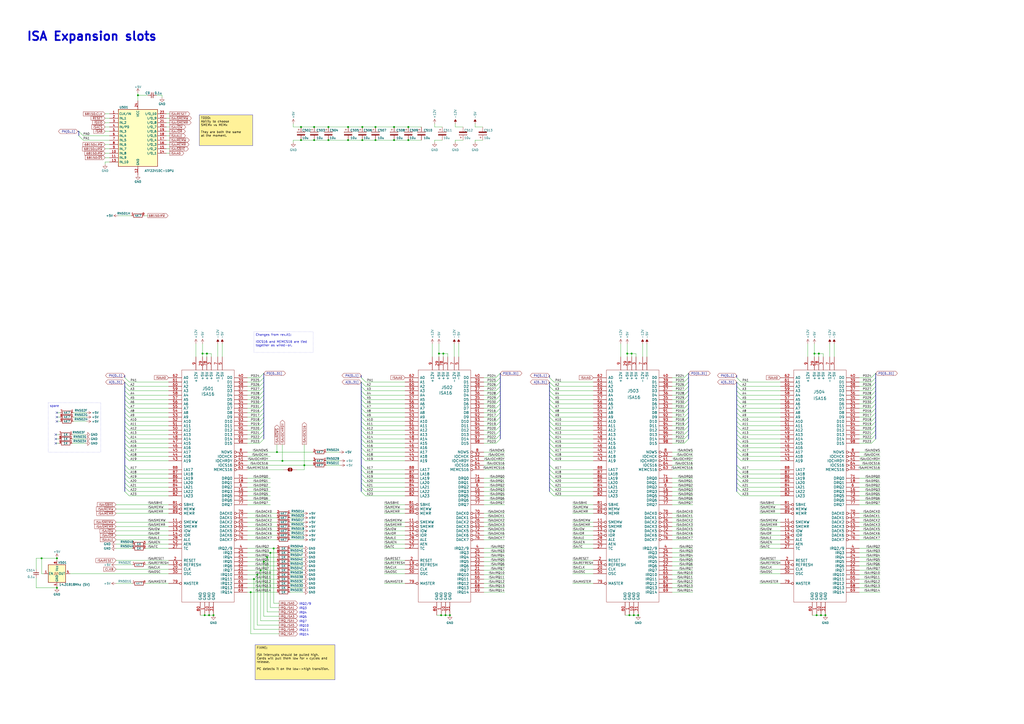
<source format=kicad_sch>
(kicad_sch (version 20250114) (generator "eeschema") (generator_version "9.0")
  (paper "A2")
  (title_block (title "Raven 68060") (date "2025") (rev "A2") (company "Licensed under CERN-OHL-W v2") (comment 1 "(c)2025 Anders Granlund"))
  (text "IRQ14" (at 173.355 368.935 0) (effects (font (size 1.27 1.27)) (justify left bottom)))
  (text "IRQ10" (at 173.355 363.855 0) (effects (font (size 1.27 1.27)) (justify left bottom)))
  (text "IRQ4" (at 173.355 356.235 0) (effects (font (size 1.27 1.27)) (justify left bottom)))
  (text "IRQ11" (at 173.355 366.395 0) (effects (font (size 1.27 1.27)) (justify left bottom)))
  (text "IRQ7" (at 173.355 361.315 0) (effects (font (size 1.27 1.27)) (justify left bottom)))
  (text "IRQ5" (at 173.355 358.775 0) (effects (font (size 1.27 1.27)) (justify left bottom)))
  (text "IRQ3" (at 173.355 353.695 0) (effects (font (size 1.27 1.27)) (justify left bottom)))
  (text "ISA Expansion slots" (at 15.24 24.13 0) (effects (font (size 5 5) (thickness 1) (bold yes)) (justify left bottom)))
  (text "IRQ2/9" (at 173.355 351.155 0) (effects (font (size 1.27 1.27)) (justify left bottom)))
  (text_box "spare" (at 27.94 233.68 0) (size 30.48 28.575) (margins 0.9525 0.9525 0.9525 0.9525) (stroke (width 0) (type dot)) (effects (font (size 1.27 1.27)) (justify left top)))
  (text_box "TODO:\nAbility to choose\nSMEMx vs MEMx\n\nThey are both the same\nat the moment." (at 115.57 66.675 0) (size 31.115 17.78) (margins 0.9525 0.9525 0.9525 0.9525) (fill (type color) (color 255 230 63 0.53)) (effects (font (size 1.27 1.27)) (justify left top)))
  (text_box "FIXME:\n\nISA interrupts should be pulled high.\nCards will pull them low for x cycles and release.\n\nPC detects it on the low->high transition.\n" (at 147.955 374.015 0) (size 46.355 20.32) (margins 0.9525 0.9525 0.9525 0.9525) (fill (type color) (color 255 230 63 0.53)) (effects (font (size 1.27 1.27)) (justify left top)))
  (text_box "Changes from rev.A1:\n\nIOCS16 and MEMCS16 are tied\ntogether as wired-or.\n" (at 147.32 192.405 0) (size 34.29 12.065) (margins 0.9525 0.9525 0.9525 0.9525) (stroke (width 0) (type dot)) (effects (font (size 1.27 1.27)) (justify left top)))
  (junction (at 182.245 73.66))
  (junction (at 156.845 320.675))
  (junction (at 367.665 356.87))
  (junction (at 210.185 73.66))
  (junction (at 217.805 73.66))
  (junction (at 151.13 330.835))
  (junction (at 217.805 81.28))
  (junction (at 210.185 81.28))
  (junction (at 123.825 356.87))
  (junction (at 472.44 205.105))
  (junction (at 257.175 205.105))
  (junction (at 190.5 73.66))
  (junction (at 163.83 267.335))
  (junction (at 365.125 356.87))
  (junction (at 153.035 325.755))
  (junction (at 24.13 323.85))
  (junction (at 228.6 73.66))
  (junction (at 174.625 73.66))
  (junction (at 228.6 81.28))
  (junction (at 478.79 356.87))
  (junction (at 474.98 205.105))
  (junction (at 154.94 323.215))
  (junction (at 149.225 333.375))
  (junction (at 236.855 73.66))
  (junction (at 120.015 205.105))
  (junction (at 176.53 269.875))
  (junction (at 190.5 81.28))
  (junction (at 260.985 356.87))
  (junction (at 158.75 318.135))
  (junction (at 160.655 262.255))
  (junction (at 363.855 205.105))
  (junction (at 476.25 356.87))
  (junction (at 118.745 356.87))
  (junction (at 255.905 356.87))
  (junction (at 366.395 205.105))
  (junction (at 117.475 205.105))
  (junction (at 254.635 205.105))
  (junction (at 182.245 81.28))
  (junction (at 236.855 81.28))
  (junction (at 258.445 356.87))
  (junction (at 121.285 356.87))
  (junction (at 33.02 323.85))
  (junction (at 145.415 343.535))
  (junction (at 174.625 81.28))
  (junction (at 201.93 81.28))
  (junction (at 370.205 356.87))
  (junction (at 147.32 335.915))
  (junction (at 201.93 73.66))
  (junction (at 80.01 55.245))
  (junction (at 33.02 340.995))
  (junction (at 473.71 356.87))
  (no_connect (at 32.385 254.635))
  (no_connect (at 33.02 239.395))
  (no_connect (at 32.385 252.095))
  (no_connect (at 33.02 241.935))
  (no_connect (at 32.385 257.175))
  (no_connect (at 33.02 244.475))
  (bus_entry (at 72.39 257.175) (size 2.54 2.54))
  (bus_entry (at 318.77 241.935) (size 2.54 2.54))
  (bus_entry (at 72.39 280.035) (size 2.54 2.54))
  (bus_entry (at 209.55 277.495) (size 2.54 2.54))
  (bus_entry (at 427.355 277.495) (size 2.54 2.54))
  (bus_entry (at 318.77 272.415) (size 2.54 2.54))
  (bus_entry (at 508 226.695) (size -2.54 2.54))
  (bus_entry (at 209.55 239.395) (size 2.54 2.54))
  (bus_entry (at 153.035 254.635) (size -2.54 2.54))
  (bus_entry (at 427.355 234.315) (size 2.54 2.54))
  (bus_entry (at 209.55 272.415) (size 2.54 2.54))
  (bus_entry (at 72.39 277.495) (size 2.54 2.54))
  (bus_entry (at 45.72 76.2) (size 2.54 2.54))
  (bus_entry (at 508 252.095) (size -2.54 2.54))
  (bus_entry (at 318.77 277.495) (size 2.54 2.54))
  (bus_entry (at 427.355 272.415) (size 2.54 2.54))
  (bus_entry (at 399.415 249.555) (size -2.54 2.54))
  (bus_entry (at 209.55 282.575) (size 2.54 2.54))
  (bus_entry (at 508 221.615) (size -2.54 2.54))
  (bus_entry (at 153.035 252.095) (size -2.54 2.54))
  (bus_entry (at 72.39 282.575) (size 2.54 2.54))
  (bus_entry (at 399.415 231.775) (size -2.54 2.54))
  (bus_entry (at 318.77 236.855) (size 2.54 2.54))
  (bus_entry (at 508 229.235) (size -2.54 2.54))
  (bus_entry (at 153.035 241.935) (size -2.54 2.54))
  (bus_entry (at 399.415 241.935) (size -2.54 2.54))
  (bus_entry (at 209.55 236.855) (size 2.54 2.54))
  (bus_entry (at 290.195 241.935) (size -2.54 2.54))
  (bus_entry (at 209.55 280.035) (size 2.54 2.54))
  (bus_entry (at 209.55 247.015) (size 2.54 2.54))
  (bus_entry (at 318.77 254.635) (size 2.54 2.54))
  (bus_entry (at 427.355 264.795) (size 2.54 2.54))
  (bus_entry (at 508 244.475) (size -2.54 2.54))
  (bus_entry (at 209.55 262.255) (size 2.54 2.54))
  (bus_entry (at 72.39 252.095) (size 2.54 2.54))
  (bus_entry (at 318.77 234.315) (size 2.54 2.54))
  (bus_entry (at 427.355 221.615) (size 2.54 2.54))
  (bus_entry (at 427.355 236.855) (size 2.54 2.54))
  (bus_entry (at 427.355 257.175) (size 2.54 2.54))
  (bus_entry (at 508 234.315) (size -2.54 2.54))
  (bus_entry (at 209.55 259.715) (size 2.54 2.54))
  (bus_entry (at 209.55 226.695) (size 2.54 2.54))
  (bus_entry (at 318.77 231.775) (size 2.54 2.54))
  (bus_entry (at 427.355 274.955) (size 2.54 2.54))
  (bus_entry (at 209.55 229.235) (size 2.54 2.54))
  (bus_entry (at 72.39 262.255) (size 2.54 2.54))
  (bus_entry (at 290.195 252.095) (size -2.54 2.54))
  (bus_entry (at 209.55 264.795) (size 2.54 2.54))
  (bus_entry (at 508 247.015) (size -2.54 2.54))
  (bus_entry (at 209.55 274.955) (size 2.54 2.54))
  (bus_entry (at 72.39 247.015) (size 2.54 2.54))
  (bus_entry (at 153.035 244.475) (size -2.54 2.54))
  (bus_entry (at 209.55 219.075) (size 2.54 2.54))
  (bus_entry (at 209.55 269.875) (size 2.54 2.54))
  (bus_entry (at 290.195 229.235) (size -2.54 2.54))
  (bus_entry (at 209.55 249.555) (size 2.54 2.54))
  (bus_entry (at 399.415 234.315) (size -2.54 2.54))
  (bus_entry (at 153.035 221.615) (size -2.54 2.54))
  (bus_entry (at 399.415 236.855) (size -2.54 2.54))
  (bus_entry (at 72.39 241.935) (size 2.54 2.54))
  (bus_entry (at 427.355 254.635) (size 2.54 2.54))
  (bus_entry (at 427.355 269.875) (size 2.54 2.54))
  (bus_entry (at 290.195 254.635) (size -2.54 2.54))
  (bus_entry (at 209.55 252.095) (size 2.54 2.54))
  (bus_entry (at 318.77 262.255) (size 2.54 2.54))
  (bus_entry (at 508 241.935) (size -2.54 2.54))
  (bus_entry (at 427.355 241.935) (size 2.54 2.54))
  (bus_entry (at 290.195 236.855) (size -2.54 2.54))
  (bus_entry (at 153.035 219.075) (size -2.54 2.54))
  (bus_entry (at 427.355 282.575) (size 2.54 2.54))
  (bus_entry (at 427.355 239.395) (size 2.54 2.54))
  (bus_entry (at 318.77 269.875) (size 2.54 2.54))
  (bus_entry (at 427.355 262.255) (size 2.54 2.54))
  (bus_entry (at 72.39 244.475) (size 2.54 2.54))
  (bus_entry (at 153.035 224.155) (size -2.54 2.54))
  (bus_entry (at 399.415 252.095) (size -2.54 2.54))
  (bus_entry (at 209.55 234.315) (size 2.54 2.54))
  (bus_entry (at 399.415 239.395) (size -2.54 2.54))
  (bus_entry (at 72.39 224.155) (size 2.54 2.54))
  (bus_entry (at 318.77 239.395) (size 2.54 2.54))
  (bus_entry (at 153.035 229.235) (size -2.54 2.54))
  (bus_entry (at 290.195 244.475) (size -2.54 2.54))
  (bus_entry (at 318.77 247.015) (size 2.54 2.54))
  (bus_entry (at 72.39 219.075) (size 2.54 2.54))
  (bus_entry (at 72.39 221.615) (size 2.54 2.54))
  (bus_entry (at 399.415 216.535) (size -2.54 2.54))
  (bus_entry (at 399.415 226.695) (size -2.54 2.54))
  (bus_entry (at 427.355 224.155) (size 2.54 2.54))
  (bus_entry (at 290.195 231.775) (size -2.54 2.54))
  (bus_entry (at 209.55 285.115) (size 2.54 2.54))
  (bus_entry (at 153.035 247.015) (size -2.54 2.54))
  (bus_entry (at 72.39 259.715) (size 2.54 2.54))
  (bus_entry (at 290.195 249.555) (size -2.54 2.54))
  (bus_entry (at 318.77 219.075) (size 2.54 2.54))
  (bus_entry (at 72.39 226.695) (size 2.54 2.54))
  (bus_entry (at 290.195 221.615) (size -2.54 2.54))
  (bus_entry (at 153.035 231.775) (size -2.54 2.54))
  (bus_entry (at 153.035 234.315) (size -2.54 2.54))
  (bus_entry (at 290.195 216.535) (size -2.54 2.54))
  (bus_entry (at 427.355 259.715) (size 2.54 2.54))
  (bus_entry (at 209.55 231.775) (size 2.54 2.54))
  (bus_entry (at 318.77 280.035) (size 2.54 2.54))
  (bus_entry (at 72.39 254.635) (size 2.54 2.54))
  (bus_entry (at 72.39 269.875) (size 2.54 2.54))
  (bus_entry (at 399.415 247.015) (size -2.54 2.54))
  (bus_entry (at 209.55 224.155) (size 2.54 2.54))
  (bus_entry (at 318.77 244.475) (size 2.54 2.54))
  (bus_entry (at 399.415 224.155) (size -2.54 2.54))
  (bus_entry (at 318.77 274.955) (size 2.54 2.54))
  (bus_entry (at 427.355 226.695) (size 2.54 2.54))
  (bus_entry (at 508 224.155) (size -2.54 2.54))
  (bus_entry (at 318.77 259.715) (size 2.54 2.54))
  (bus_entry (at 290.195 224.155) (size -2.54 2.54))
  (bus_entry (at 318.77 224.155) (size 2.54 2.54))
  (bus_entry (at 399.415 219.075) (size -2.54 2.54))
  (bus_entry (at 290.195 239.395) (size -2.54 2.54))
  (bus_entry (at 427.355 249.555) (size 2.54 2.54))
  (bus_entry (at 72.39 272.415) (size 2.54 2.54))
  (bus_entry (at 318.77 221.615) (size 2.54 2.54))
  (bus_entry (at 399.415 254.635) (size -2.54 2.54))
  (bus_entry (at 209.55 244.475) (size 2.54 2.54))
  (bus_entry (at 72.39 274.955) (size 2.54 2.54))
  (bus_entry (at 399.415 229.235) (size -2.54 2.54))
  (bus_entry (at 318.77 252.095) (size 2.54 2.54))
  (bus_entry (at 318.77 264.795) (size 2.54 2.54))
  (bus_entry (at 318.77 282.575) (size 2.54 2.54))
  (bus_entry (at 153.035 239.395) (size -2.54 2.54))
  (bus_entry (at 508 216.535) (size -2.54 2.54))
  (bus_entry (at 72.39 239.395) (size 2.54 2.54))
  (bus_entry (at 72.39 264.795) (size 2.54 2.54))
  (bus_entry (at 318.77 257.175) (size 2.54 2.54))
  (bus_entry (at 427.355 285.115) (size 2.54 2.54))
  (bus_entry (at 209.55 241.935) (size 2.54 2.54))
  (bus_entry (at 72.39 236.855) (size 2.54 2.54))
  (bus_entry (at 153.035 216.535) (size -2.54 2.54))
  (bus_entry (at 427.355 219.075) (size 2.54 2.54))
  (bus_entry (at 508 231.775) (size -2.54 2.54))
  (bus_entry (at 427.355 244.475) (size 2.54 2.54))
  (bus_entry (at 399.415 221.615) (size -2.54 2.54))
  (bus_entry (at 427.355 247.015) (size 2.54 2.54))
  (bus_entry (at 209.55 221.615) (size 2.54 2.54))
  (bus_entry (at 72.39 234.315) (size 2.54 2.54))
  (bus_entry (at 72.39 229.235) (size 2.54 2.54))
  (bus_entry (at 153.035 249.555) (size -2.54 2.54))
  (bus_entry (at 290.195 234.315) (size -2.54 2.54))
  (bus_entry (at 72.39 249.555) (size 2.54 2.54))
  (bus_entry (at 318.77 229.235) (size 2.54 2.54))
  (bus_entry (at 427.355 252.095) (size 2.54 2.54))
  (bus_entry (at 508 236.855) (size -2.54 2.54))
  (bus_entry (at 508 239.395) (size -2.54 2.54))
  (bus_entry (at 508 249.555) (size -2.54 2.54))
  (bus_entry (at 427.355 280.035) (size 2.54 2.54))
  (bus_entry (at 318.77 226.695) (size 2.54 2.54))
  (bus_entry (at 427.355 231.775) (size 2.54 2.54))
  (bus_entry (at 290.195 226.695) (size -2.54 2.54))
  (bus_entry (at 45.72 78.74) (size 2.54 2.54))
  (bus_entry (at 427.355 229.235) (size 2.54 2.54))
  (bus_entry (at 318.77 249.555) (size 2.54 2.54))
  (bus_entry (at 318.77 285.115) (size 2.54 2.54))
  (bus_entry (at 153.035 226.695) (size -2.54 2.54))
  (bus_entry (at 72.39 231.775) (size 2.54 2.54))
  (bus_entry (at 290.195 219.075) (size -2.54 2.54))
  (bus_entry (at 399.415 244.475) (size -2.54 2.54))
  (bus_entry (at 209.55 254.635) (size 2.54 2.54))
  (bus_entry (at 209.55 257.175) (size 2.54 2.54))
  (bus_entry (at 153.035 236.855) (size -2.54 2.54))
  (bus_entry (at 508 254.635) (size -2.54 2.54))
  (bus_entry (at 72.39 285.115) (size 2.54 2.54))
  (bus_entry (at 290.195 247.015) (size -2.54 2.54))
  (bus_entry (at 508 219.075) (size -2.54 2.54))
  (bus (pts (xy 72.39 280.035) (xy 72.39 277.495)))
  (bus (pts (xy 399.415 229.235) (xy 399.415 226.695)))
  (wire (pts (xy 389.89 305.435) (xy 401.955 305.435)))
  (wire (pts (xy 145.415 367.665) (xy 145.415 343.535)))
  (wire (pts (xy 389.89 234.315) (xy 396.875 234.315)))
  (bus (pts (xy 508 229.235) (xy 508 226.695)))
  (wire (pts (xy 143.51 325.755) (xy 153.035 325.755)))
  (wire (pts (xy 389.89 290.195) (xy 401.955 290.195)))
  (wire (pts (xy 228.6 81.28) (xy 236.855 81.28)))
  (bus (pts (xy 72.39 264.795) (xy 72.39 269.875)))
  (wire (pts (xy 362.585 356.87) (xy 365.125 356.87)))
  (wire (pts (xy 222.885 318.135) (xy 234.95 318.135)))
  (bus (pts (xy 318.77 241.935) (xy 318.77 239.395)))
  (bus (pts (xy 153.035 221.615) (xy 153.035 219.075)))
  (bus (pts (xy 427.355 236.855) (xy 427.355 234.315)))
  (wire (pts (xy 440.69 295.275) (xy 452.755 295.275)))
  (wire (pts (xy 389.89 292.735) (xy 401.955 292.735)))
  (wire (pts (xy 498.475 219.075) (xy 505.46 219.075)))
  (wire (pts (xy 280.67 318.135) (xy 292.735 318.135)))
  (wire (pts (xy 321.31 231.775) (xy 344.17 231.775)))
  (wire (pts (xy 429.895 236.855) (xy 452.755 236.855)))
  (wire (pts (xy 440.69 332.74) (xy 452.755 332.74)))
  (wire (pts (xy 429.895 249.555) (xy 452.755 249.555)))
  (wire (pts (xy 252.095 82.55) (xy 252.095 81.28)))
  (wire (pts (xy 143.51 269.875) (xy 176.53 269.875)))
  (wire (pts (xy 210.185 81.28) (xy 217.805 81.28)))
  (wire (pts (xy 389.89 285.115) (xy 401.955 285.115)))
  (wire (pts (xy 212.09 244.475) (xy 234.95 244.475)))
  (wire (pts (xy 429.895 262.255) (xy 452.755 262.255)))
  (wire (pts (xy 122.555 205.105) (xy 120.015 205.105)))
  (wire (pts (xy 280.67 313.055) (xy 292.735 313.055)))
  (wire (pts (xy 332.105 297.815) (xy 344.17 297.815)))
  (wire (pts (xy 151.13 360.045) (xy 151.13 330.835)))
  (wire (pts (xy 280.67 325.755) (xy 292.735 325.755)))
  (wire (pts (xy 280.67 249.555) (xy 287.655 249.555)))
  (wire (pts (xy 280.67 335.915) (xy 292.735 335.915)))
  (wire (pts (xy 33.02 323.85) (xy 33.02 325.12)))
  (wire (pts (xy 161.925 354.965) (xy 154.94 354.965)))
  (wire (pts (xy 32.385 254.635) (xy 34.29 254.635)))
  (wire (pts (xy 143.51 239.395) (xy 150.495 239.395)))
  (wire (pts (xy 498.475 249.555) (xy 505.46 249.555)))
  (wire (pts (xy 280.67 269.875) (xy 292.735 269.875)))
  (wire (pts (xy 128.905 199.39) (xy 128.905 207.01)))
  (wire (pts (xy 280.67 310.515) (xy 292.735 310.515)))
  (wire (pts (xy 429.895 252.095) (xy 452.755 252.095)))
  (wire (pts (xy 84.455 327.66) (xy 97.79 327.66)))
  (wire (pts (xy 498.475 333.375) (xy 510.54 333.375)))
  (wire (pts (xy 367.665 356.87) (xy 370.205 356.87)))
  (wire (pts (xy 389.89 343.535) (xy 401.955 343.535)))
  (wire (pts (xy 74.93 272.415) (xy 97.79 272.415)))
  (bus (pts (xy 45.085 76.2) (xy 45.72 76.2)))
  (wire (pts (xy 429.895 274.955) (xy 452.755 274.955)))
  (wire (pts (xy 168.275 330.835) (xy 175.895 330.835)))
  (bus (pts (xy 72.39 217.805) (xy 72.39 219.075)))
  (bus (pts (xy 399.415 244.475) (xy 399.415 241.935)))
  (wire (pts (xy 143.51 236.855) (xy 150.495 236.855)))
  (wire (pts (xy 472.44 199.39) (xy 472.44 205.105)))
  (wire (pts (xy 280.67 340.995) (xy 292.735 340.995)))
  (wire (pts (xy 168.275 302.895) (xy 175.895 302.895)))
  (wire (pts (xy 280.67 229.235) (xy 287.655 229.235)))
  (bus (pts (xy 72.39 224.155) (xy 72.39 221.615)))
  (wire (pts (xy 280.67 305.435) (xy 292.735 305.435)))
  (wire (pts (xy 321.31 287.655) (xy 344.17 287.655)))
  (wire (pts (xy 332.105 325.12) (xy 344.17 325.12)))
  (wire (pts (xy 321.31 254.635) (xy 344.17 254.635)))
  (wire (pts (xy 321.31 224.155) (xy 344.17 224.155)))
  (bus (pts (xy 209.55 259.715) (xy 209.55 257.175)))
  (wire (pts (xy 321.31 259.715) (xy 344.17 259.715)))
  (wire (pts (xy 84.455 338.455) (xy 97.79 338.455)))
  (wire (pts (xy 168.275 320.675) (xy 175.895 320.675)))
  (bus (pts (xy 318.77 236.855) (xy 318.77 234.315)))
  (wire (pts (xy 212.09 241.935) (xy 234.95 241.935)))
  (wire (pts (xy 143.51 328.295) (xy 160.655 328.295)))
  (wire (pts (xy 60.96 68.58) (xy 63.5 68.58)))
  (wire (pts (xy 176.53 269.875) (xy 181.61 269.875)))
  (bus (pts (xy 427.355 241.935) (xy 427.355 239.395)))
  (wire (pts (xy 498.475 325.755) (xy 510.54 325.755)))
  (wire (pts (xy 96.52 86.36) (xy 98.425 86.36)))
  (wire (pts (xy 429.895 241.935) (xy 452.755 241.935)))
  (bus (pts (xy 72.39 274.955) (xy 72.39 272.415)))
  (wire (pts (xy 96.52 78.74) (xy 98.425 78.74)))
  (wire (pts (xy 96.52 76.2) (xy 98.425 76.2)))
  (wire (pts (xy 168.275 313.055) (xy 175.895 313.055)))
  (wire (pts (xy 222.885 325.12) (xy 234.95 325.12)))
  (bus (pts (xy 290.195 241.935) (xy 290.195 239.395)))
  (wire (pts (xy 143.51 340.995) (xy 160.655 340.995)))
  (bus (pts (xy 427.355 244.475) (xy 427.355 241.935)))
  (wire (pts (xy 222.885 330.2) (xy 234.95 330.2)))
  (wire (pts (xy 60.96 76.2) (xy 63.5 76.2)))
  (wire (pts (xy 168.275 307.975) (xy 175.895 307.975)))
  (wire (pts (xy 113.665 199.39) (xy 113.665 207.01)))
  (bus (pts (xy 72.39 234.315) (xy 72.39 231.775)))
  (wire (pts (xy 60.96 88.9) (xy 63.5 88.9)))
  (wire (pts (xy 76.835 315.595) (xy 67.31 315.595)))
  (wire (pts (xy 389.89 287.655) (xy 401.955 287.655)))
  (wire (pts (xy 176.53 272.415) (xy 176.53 269.875)))
  (wire (pts (xy 389.89 297.815) (xy 401.955 297.815)))
  (wire (pts (xy 332.105 318.135) (xy 344.17 318.135)))
  (wire (pts (xy 168.275 340.995) (xy 175.895 340.995)))
  (wire (pts (xy 440.69 330.2) (xy 452.755 330.2)))
  (wire (pts (xy 172.085 272.415) (xy 176.53 272.415)))
  (wire (pts (xy 74.93 231.775) (xy 97.79 231.775)))
  (wire (pts (xy 429.895 257.175) (xy 452.755 257.175)))
  (bus (pts (xy 153.035 249.555) (xy 153.035 247.015)))
  (wire (pts (xy 217.805 73.66) (xy 228.6 73.66)))
  (wire (pts (xy 168.275 305.435) (xy 175.895 305.435)))
  (wire (pts (xy 429.895 221.615) (xy 452.755 221.615)))
  (wire (pts (xy 212.09 272.415) (xy 234.95 272.415)))
  (wire (pts (xy 212.09 229.235) (xy 234.95 229.235)))
  (wire (pts (xy 32.385 252.095) (xy 34.29 252.095)))
  (bus (pts (xy 427.355 257.175) (xy 427.355 254.635)))
  (wire (pts (xy 429.895 234.315) (xy 452.755 234.315)))
  (wire (pts (xy 143.51 229.235) (xy 150.495 229.235)))
  (bus (pts (xy 318.77 280.035) (xy 318.77 277.495)))
  (wire (pts (xy 389.89 247.015) (xy 396.875 247.015)))
  (wire (pts (xy 363.855 199.39) (xy 363.855 205.105)))
  (wire (pts (xy 440.69 292.735) (xy 452.755 292.735)))
  (wire (pts (xy 332.105 313.055) (xy 344.17 313.055)))
  (wire (pts (xy 440.69 338.455) (xy 452.755 338.455)))
  (wire (pts (xy 74.93 252.095) (xy 97.79 252.095)))
  (wire (pts (xy 147.32 335.915) (xy 160.655 335.915)))
  (bus (pts (xy 427.355 217.805) (xy 427.355 219.075)))
  (bus (pts (xy 399.415 226.695) (xy 399.415 224.155)))
  (wire (pts (xy 440.69 297.815) (xy 452.755 297.815)))
  (wire (pts (xy 74.93 287.655) (xy 97.79 287.655)))
  (wire (pts (xy 389.89 302.895) (xy 401.955 302.895)))
  (wire (pts (xy 74.93 226.695) (xy 97.79 226.695)))
  (wire (pts (xy 280.67 219.075) (xy 287.655 219.075)))
  (wire (pts (xy 440.69 325.12) (xy 452.755 325.12)))
  (wire (pts (xy 74.93 229.235) (xy 97.79 229.235)))
  (wire (pts (xy 74.93 239.395) (xy 97.79 239.395)))
  (bus (pts (xy 318.77 249.555) (xy 318.77 247.015)))
  (wire (pts (xy 189.23 269.875) (xy 197.485 269.875)))
  (wire (pts (xy 280.67 231.775) (xy 287.655 231.775)))
  (wire (pts (xy 158.75 349.885) (xy 158.75 318.135)))
  (wire (pts (xy 280.67 262.255) (xy 292.735 262.255)))
  (bus (pts (xy 399.415 247.015) (xy 399.415 244.475)))
  (wire (pts (xy 116.205 356.87) (xy 118.745 356.87)))
  (bus (pts (xy 290.195 244.475) (xy 290.195 241.935)))
  (bus (pts (xy 427.355 262.255) (xy 427.355 259.715)))
  (bus (pts (xy 45.72 76.2) (xy 45.72 78.74)))
  (wire (pts (xy 143.51 267.335) (xy 163.83 267.335)))
  (wire (pts (xy 321.31 285.115) (xy 344.17 285.115)))
  (bus (pts (xy 318.77 257.175) (xy 318.77 254.635)))
  (wire (pts (xy 156.845 282.575) (xy 143.51 282.575)))
  (wire (pts (xy 498.475 335.915) (xy 510.54 335.915)))
  (wire (pts (xy 280.67 241.935) (xy 287.655 241.935)))
  (wire (pts (xy 41.91 257.175) (xy 49.53 257.175)))
  (bus (pts (xy 427.355 252.095) (xy 427.355 249.555)))
  (wire (pts (xy 48.26 81.28) (xy 63.5 81.28)))
  (wire (pts (xy 321.31 239.395) (xy 344.17 239.395)))
  (wire (pts (xy 498.475 254.635) (xy 505.46 254.635)))
  (wire (pts (xy 498.475 328.295) (xy 510.54 328.295)))
  (wire (pts (xy 440.69 318.135) (xy 452.755 318.135)))
  (wire (pts (xy 498.475 264.795) (xy 510.54 264.795)))
  (wire (pts (xy 143.51 297.815) (xy 160.655 297.815)))
  (wire (pts (xy 498.475 343.535) (xy 510.54 343.535)))
  (wire (pts (xy 498.475 267.335) (xy 510.54 267.335)))
  (wire (pts (xy 389.89 264.795) (xy 401.955 264.795)))
  (wire (pts (xy 429.895 254.635) (xy 452.755 254.635)))
  (wire (pts (xy 280.67 252.095) (xy 287.655 252.095)))
  (bus (pts (xy 209.55 241.935) (xy 209.55 239.395)))
  (bus (pts (xy 318.77 262.255) (xy 318.77 259.715)))
  (wire (pts (xy 42.545 241.935) (xy 50.165 241.935)))
  (bus (pts (xy 209.55 217.805) (xy 209.55 219.075)))
  (wire (pts (xy 170.18 71.755) (xy 170.18 73.66)))
  (wire (pts (xy 33.02 241.935) (xy 34.925 241.935)))
  (wire (pts (xy 168.275 328.295) (xy 175.895 328.295)))
  (wire (pts (xy 76.835 318.135) (xy 67.31 318.135)))
  (wire (pts (xy 429.895 239.395) (xy 452.755 239.395)))
  (wire (pts (xy 143.51 262.255) (xy 160.655 262.255)))
  (bus (pts (xy 72.39 277.495) (xy 72.39 274.955)))
  (bus (pts (xy 290.195 231.775) (xy 290.195 229.235)))
  (wire (pts (xy 74.93 236.855) (xy 97.79 236.855)))
  (wire (pts (xy 280.67 300.355) (xy 292.735 300.355)))
  (wire (pts (xy 168.275 325.755) (xy 175.895 325.755)))
  (wire (pts (xy 168.275 297.815) (xy 175.895 297.815)))
  (wire (pts (xy 143.51 226.695) (xy 150.495 226.695)))
  (wire (pts (xy 222.885 338.455) (xy 234.95 338.455)))
  (wire (pts (xy 67.31 313.055) (xy 97.79 313.055)))
  (wire (pts (xy 96.52 81.28) (xy 98.425 81.28)))
  (bus (pts (xy 290.195 252.095) (xy 290.195 249.555)))
  (bus (pts (xy 427.355 272.415) (xy 427.355 269.875)))
  (bus (pts (xy 508 234.315) (xy 508 236.855)))
  (wire (pts (xy 389.89 320.675) (xy 401.955 320.675)))
  (wire (pts (xy 170.18 81.28) (xy 174.625 81.28)))
  (bus (pts (xy 318.77 282.575) (xy 318.77 280.035)))
  (wire (pts (xy 143.51 338.455) (xy 160.655 338.455)))
  (wire (pts (xy 429.895 231.775) (xy 452.755 231.775)))
  (bus (pts (xy 427.355 264.795) (xy 427.355 269.875)))
  (wire (pts (xy 280.67 302.895) (xy 292.735 302.895)))
  (wire (pts (xy 275.59 71.755) (xy 275.59 73.66)))
  (wire (pts (xy 280.67 328.295) (xy 292.735 328.295)))
  (wire (pts (xy 74.93 280.035) (xy 97.79 280.035)))
  (bus (pts (xy 427.355 259.715) (xy 427.355 257.175)))
  (wire (pts (xy 275.59 82.55) (xy 275.59 81.28)))
  (wire (pts (xy 280.67 290.195) (xy 292.735 290.195)))
  (wire (pts (xy 321.31 252.095) (xy 344.17 252.095)))
  (wire (pts (xy 498.475 302.895) (xy 510.54 302.895)))
  (wire (pts (xy 474.98 205.105) (xy 472.44 205.105)))
  (wire (pts (xy 321.31 244.475) (xy 344.17 244.475)))
  (wire (pts (xy 389.89 221.615) (xy 396.875 221.615)))
  (wire (pts (xy 168.275 318.135) (xy 175.895 318.135)))
  (wire (pts (xy 366.395 207.01) (xy 366.395 205.105)))
  (bus (pts (xy 427.355 274.955) (xy 427.355 272.415)))
  (wire (pts (xy 280.67 257.175) (xy 287.655 257.175)))
  (wire (pts (xy 429.895 272.415) (xy 452.755 272.415)))
  (wire (pts (xy 212.09 236.855) (xy 234.95 236.855)))
  (wire (pts (xy 212.09 254.635) (xy 234.95 254.635)))
  (wire (pts (xy 332.105 310.515) (xy 344.17 310.515)))
  (wire (pts (xy 147.32 365.125) (xy 147.32 335.915)))
  (wire (pts (xy 74.93 274.955) (xy 97.79 274.955)))
  (wire (pts (xy 332.105 292.735) (xy 344.17 292.735)))
  (wire (pts (xy 440.69 327.66) (xy 452.755 327.66)))
  (wire (pts (xy 259.715 207.01) (xy 259.715 205.105)))
  (wire (pts (xy 74.93 257.175) (xy 97.79 257.175)))
  (bus (pts (xy 427.355 249.555) (xy 427.355 247.015)))
  (bus (pts (xy 290.195 249.555) (xy 290.195 247.015)))
  (wire (pts (xy 498.475 239.395) (xy 505.46 239.395)))
  (wire (pts (xy 236.855 73.66) (xy 244.475 73.66)))
  (bus (pts (xy 318.77 259.715) (xy 318.77 257.175)))
  (wire (pts (xy 161.925 360.045) (xy 151.13 360.045)))
  (bus (pts (xy 290.195 219.075) (xy 290.195 216.535)))
  (wire (pts (xy 149.225 362.585) (xy 149.225 333.375)))
  (wire (pts (xy 143.51 247.015) (xy 150.495 247.015)))
  (wire (pts (xy 429.895 244.475) (xy 452.755 244.475)))
  (bus (pts (xy 427.355 254.635) (xy 427.355 252.095)))
  (wire (pts (xy 332.105 315.595) (xy 344.17 315.595)))
  (wire (pts (xy 96.52 71.12) (xy 98.425 71.12)))
  (wire (pts (xy 74.93 282.575) (xy 97.79 282.575)))
  (wire (pts (xy 263.525 199.39) (xy 263.525 207.01)))
  (bus (pts (xy 153.035 254.635) (xy 153.035 252.095)))
  (wire (pts (xy 160.655 257.81) (xy 160.655 262.255)))
  (wire (pts (xy 143.51 221.615) (xy 150.495 221.615)))
  (bus (pts (xy 72.39 262.255) (xy 72.39 259.715)))
  (bus (pts (xy 318.77 234.315) (xy 318.77 231.775)))
  (bus (pts (xy 72.39 236.855) (xy 72.39 234.315)))
  (wire (pts (xy 498.475 234.315) (xy 505.46 234.315)))
  (wire (pts (xy 74.93 277.495) (xy 97.79 277.495)))
  (wire (pts (xy 60.96 83.82) (xy 63.5 83.82)))
  (wire (pts (xy 389.89 257.175) (xy 396.875 257.175)))
  (bus (pts (xy 399.415 252.095) (xy 399.415 249.555)))
  (bus (pts (xy 290.195 221.615) (xy 290.195 219.075)))
  (wire (pts (xy 25.4 332.74) (xy 24.13 332.74)))
  (wire (pts (xy 429.895 247.015) (xy 452.755 247.015)))
  (wire (pts (xy 212.09 267.335) (xy 234.95 267.335)))
  (bus (pts (xy 72.39 252.095) (xy 72.39 249.555)))
  (wire (pts (xy 321.31 262.255) (xy 344.17 262.255)))
  (wire (pts (xy 168.275 333.375) (xy 175.895 333.375)))
  (bus (pts (xy 72.39 241.935) (xy 72.39 239.395)))
  (wire (pts (xy 67.31 307.975) (xy 97.79 307.975)))
  (wire (pts (xy 472.44 205.105) (xy 472.44 207.01)))
  (wire (pts (xy 389.89 229.235) (xy 396.875 229.235)))
  (bus (pts (xy 209.55 257.175) (xy 209.55 254.635)))
  (wire (pts (xy 498.475 292.735) (xy 510.54 292.735)))
  (wire (pts (xy 252.095 71.755) (xy 252.095 73.66)))
  (bus (pts (xy 72.39 239.395) (xy 72.39 236.855)))
  (bus (pts (xy 427.355 239.395) (xy 427.355 236.855)))
  (wire (pts (xy 156.845 292.735) (xy 143.51 292.735)))
  (wire (pts (xy 389.89 262.255) (xy 401.955 262.255)))
  (bus (pts (xy 508 247.015) (xy 508 244.475)))
  (bus (pts (xy 209.55 280.035) (xy 209.55 277.495)))
  (bus (pts (xy 508 224.155) (xy 508 221.615)))
  (bus (pts (xy 508 239.395) (xy 508 236.855)))
  (wire (pts (xy 117.475 205.105) (xy 117.475 207.01)))
  (wire (pts (xy 498.475 257.175) (xy 505.46 257.175)))
  (wire (pts (xy 477.52 205.105) (xy 474.98 205.105)))
  (bus (pts (xy 318.77 274.955) (xy 318.77 272.415)))
  (wire (pts (xy 222.885 305.435) (xy 234.95 305.435)))
  (wire (pts (xy 498.475 338.455) (xy 510.54 338.455)))
  (bus (pts (xy 508 241.935) (xy 508 239.395)))
  (wire (pts (xy 280.67 323.215) (xy 292.735 323.215)))
  (bus (pts (xy 153.035 234.315) (xy 153.035 231.775)))
  (wire (pts (xy 174.625 81.28) (xy 182.245 81.28)))
  (wire (pts (xy 440.69 315.595) (xy 452.755 315.595)))
  (wire (pts (xy 498.475 252.095) (xy 505.46 252.095)))
  (wire (pts (xy 258.445 356.87) (xy 260.985 356.87)))
  (wire (pts (xy 280.67 244.475) (xy 287.655 244.475)))
  (wire (pts (xy 174.625 73.66) (xy 182.245 73.66)))
  (wire (pts (xy 498.475 280.035) (xy 510.54 280.035)))
  (wire (pts (xy 321.31 236.855) (xy 344.17 236.855)))
  (bus (pts (xy 318.77 244.475) (xy 318.77 241.935)))
  (bus (pts (xy 209.55 231.775) (xy 209.55 229.235)))
  (wire (pts (xy 67.31 295.275) (xy 97.79 295.275)))
  (wire (pts (xy 143.51 234.315) (xy 150.495 234.315)))
  (wire (pts (xy 440.69 310.515) (xy 452.755 310.515)))
  (bus (pts (xy 72.39 282.575) (xy 72.39 280.035)))
  (wire (pts (xy 143.51 244.475) (xy 150.495 244.475)))
  (wire (pts (xy 143.51 249.555) (xy 150.495 249.555)))
  (bus (pts (xy 290.195 247.015) (xy 290.195 244.475)))
  (wire (pts (xy 321.31 272.415) (xy 344.17 272.415)))
  (wire (pts (xy 498.475 305.435) (xy 510.54 305.435)))
  (wire (pts (xy 389.89 307.975) (xy 401.955 307.975)))
  (wire (pts (xy 210.185 73.66) (xy 217.805 73.66)))
  (wire (pts (xy 20.955 340.995) (xy 33.02 340.995)))
  (wire (pts (xy 143.51 231.775) (xy 150.495 231.775)))
  (wire (pts (xy 212.09 257.175) (xy 234.95 257.175)))
  (wire (pts (xy 67.31 310.515) (xy 97.79 310.515)))
  (wire (pts (xy 360.045 199.39) (xy 360.045 207.01)))
  (wire (pts (xy 168.275 335.915) (xy 175.895 335.915)))
  (wire (pts (xy 151.13 330.835) (xy 160.655 330.835)))
  (bus (pts (xy 153.035 229.235) (xy 153.035 226.695)))
  (bus (pts (xy 209.55 264.795) (xy 209.55 269.875)))
  (bus (pts (xy 209.55 264.795) (xy 209.55 262.255)))
  (wire (pts (xy 321.31 234.315) (xy 344.17 234.315)))
  (wire (pts (xy 20.955 335.28) (xy 20.955 340.995)))
  (wire (pts (xy 429.895 226.695) (xy 452.755 226.695)))
  (wire (pts (xy 366.395 205.105) (xy 363.855 205.105)))
  (wire (pts (xy 163.83 267.335) (xy 181.61 267.335)))
  (wire (pts (xy 212.09 282.575) (xy 234.95 282.575)))
  (wire (pts (xy 372.745 199.39) (xy 372.745 207.01)))
  (wire (pts (xy 266.065 199.39) (xy 266.065 207.01)))
  (wire (pts (xy 264.16 82.55) (xy 264.16 81.28)))
  (bus (pts (xy 508 244.475) (xy 508 241.935)))
  (wire (pts (xy 145.415 343.535) (xy 160.655 343.535)))
  (wire (pts (xy 280.67 285.115) (xy 292.735 285.115)))
  (wire (pts (xy 212.09 264.795) (xy 234.95 264.795)))
  (wire (pts (xy 236.855 81.28) (xy 244.475 81.28)))
  (wire (pts (xy 429.895 267.335) (xy 452.755 267.335)))
  (wire (pts (xy 212.09 247.015) (xy 234.95 247.015)))
  (wire (pts (xy 212.09 224.155) (xy 234.95 224.155)))
  (bus (pts (xy 153.035 224.155) (xy 153.035 221.615)))
  (wire (pts (xy 189.23 267.335) (xy 197.485 267.335)))
  (wire (pts (xy 156.845 352.425) (xy 156.845 320.675)))
  (wire (pts (xy 257.175 205.105) (xy 254.635 205.105)))
  (wire (pts (xy 321.31 257.175) (xy 344.17 257.175)))
  (bus (pts (xy 318.77 264.795) (xy 318.77 269.875)))
  (wire (pts (xy 154.94 354.965) (xy 154.94 323.215)))
  (wire (pts (xy 122.555 207.01) (xy 122.555 205.105)))
  (wire (pts (xy 74.93 254.635) (xy 97.79 254.635)))
  (wire (pts (xy 20.955 330.2) (xy 20.955 323.85)))
  (wire (pts (xy 365.125 356.87) (xy 367.665 356.87)))
  (wire (pts (xy 222.885 327.66) (xy 234.95 327.66)))
  (wire (pts (xy 280.67 307.975) (xy 292.735 307.975)))
  (wire (pts (xy 212.09 234.315) (xy 234.95 234.315)))
  (wire (pts (xy 67.31 292.735) (xy 97.79 292.735)))
  (bus (pts (xy 290.195 239.395) (xy 290.195 236.855)))
  (wire (pts (xy 280.67 254.635) (xy 287.655 254.635)))
  (wire (pts (xy 212.09 226.695) (xy 234.95 226.695)))
  (wire (pts (xy 118.745 356.87) (xy 121.285 356.87)))
  (wire (pts (xy 498.475 297.815) (xy 510.54 297.815)))
  (wire (pts (xy 80.01 55.245) (xy 80.01 58.42)))
  (wire (pts (xy 93.98 55.245) (xy 93.98 56.515)))
  (wire (pts (xy 60.96 93.98) (xy 60.96 95.25)))
  (wire (pts (xy 321.31 282.575) (xy 344.17 282.575)))
  (wire (pts (xy 498.475 340.995) (xy 510.54 340.995)))
  (wire (pts (xy 67.31 302.895) (xy 97.79 302.895)))
  (wire (pts (xy 368.935 207.01) (xy 368.935 205.105)))
  (wire (pts (xy 280.67 221.615) (xy 287.655 221.615)))
  (wire (pts (xy 429.895 229.235) (xy 452.755 229.235)))
  (wire (pts (xy 96.52 88.9) (xy 98.425 88.9)))
  (wire (pts (xy 389.89 226.695) (xy 396.875 226.695)))
  (wire (pts (xy 280.67 338.455) (xy 292.735 338.455)))
  (wire (pts (xy 332.105 330.2) (xy 344.17 330.2)))
  (wire (pts (xy 149.225 333.375) (xy 160.655 333.375)))
  (wire (pts (xy 24.13 332.74) (xy 24.13 323.85)))
  (wire (pts (xy 42.545 239.395) (xy 50.165 239.395)))
  (wire (pts (xy 280.67 297.815) (xy 292.735 297.815)))
  (wire (pts (xy 389.89 328.295) (xy 401.955 328.295)))
  (wire (pts (xy 143.51 333.375) (xy 149.225 333.375)))
  (bus (pts (xy 399.415 239.395) (xy 399.415 236.855)))
  (wire (pts (xy 254.635 205.105) (xy 254.635 207.01)))
  (wire (pts (xy 60.96 91.44) (xy 63.5 91.44)))
  (wire (pts (xy 33.02 340.36) (xy 33.02 340.995)))
  (wire (pts (xy 389.89 313.055) (xy 401.955 313.055)))
  (wire (pts (xy 96.52 73.66) (xy 98.425 73.66)))
  (wire (pts (xy 168.275 343.535) (xy 175.895 343.535)))
  (wire (pts (xy 280.67 264.795) (xy 292.735 264.795)))
  (wire (pts (xy 321.31 226.695) (xy 344.17 226.695)))
  (bus (pts (xy 72.39 231.775) (xy 72.39 229.235)))
  (wire (pts (xy 429.895 282.575) (xy 452.755 282.575)))
  (wire (pts (xy 389.89 254.635) (xy 396.875 254.635)))
  (bus (pts (xy 427.355 234.315) (xy 427.355 231.775)))
  (wire (pts (xy 389.89 310.515) (xy 401.955 310.515)))
  (wire (pts (xy 60.96 73.66) (xy 63.5 73.66)))
  (wire (pts (xy 161.925 357.505) (xy 153.035 357.505)))
  (wire (pts (xy 222.885 307.975) (xy 234.95 307.975)))
  (wire (pts (xy 156.845 287.655) (xy 143.51 287.655)))
  (wire (pts (xy 222.885 302.895) (xy 234.95 302.895)))
  (wire (pts (xy 212.09 287.655) (xy 234.95 287.655)))
  (wire (pts (xy 222.885 313.055) (xy 234.95 313.055)))
  (wire (pts (xy 176.53 257.81) (xy 176.53 269.875)))
  (wire (pts (xy 498.475 244.475) (xy 505.46 244.475)))
  (bus (pts (xy 427.355 277.495) (xy 427.355 274.955)))
  (wire (pts (xy 471.17 356.87) (xy 473.71 356.87)))
  (wire (pts (xy 321.31 267.335) (xy 344.17 267.335)))
  (wire (pts (xy 80.01 55.245) (xy 85.725 55.245)))
  (bus (pts (xy 153.035 252.095) (xy 153.035 249.555)))
  (wire (pts (xy 332.105 307.975) (xy 344.17 307.975)))
  (wire (pts (xy 389.89 340.995) (xy 401.955 340.995)))
  (wire (pts (xy 389.89 219.075) (xy 396.875 219.075)))
  (wire (pts (xy 389.89 249.555) (xy 396.875 249.555)))
  (wire (pts (xy 120.015 207.01) (xy 120.015 205.105)))
  (wire (pts (xy 440.69 313.055) (xy 452.755 313.055)))
  (bus (pts (xy 72.39 229.235) (xy 72.39 226.695)))
  (bus (pts (xy 209.55 285.115) (xy 209.55 282.575)))
  (bus (pts (xy 508 252.095) (xy 508 249.555)))
  (wire (pts (xy 168.275 300.355) (xy 175.895 300.355)))
  (wire (pts (xy 74.93 262.255) (xy 97.79 262.255)))
  (bus (pts (xy 318.77 217.805) (xy 318.77 219.075)))
  (bus (pts (xy 399.415 224.155) (xy 399.415 221.615)))
  (wire (pts (xy 143.51 224.155) (xy 150.495 224.155)))
  (wire (pts (xy 48.26 78.74) (xy 63.5 78.74)))
  (wire (pts (xy 156.845 277.495) (xy 143.51 277.495)))
  (bus (pts (xy 153.035 244.475) (xy 153.035 241.935)))
  (wire (pts (xy 332.105 305.435) (xy 344.17 305.435)))
  (bus (pts (xy 72.39 264.795) (xy 72.39 262.255)))
  (wire (pts (xy 498.475 318.135) (xy 510.54 318.135)))
  (wire (pts (xy 440.69 305.435) (xy 452.755 305.435)))
  (wire (pts (xy 389.89 269.875) (xy 401.955 269.875)))
  (wire (pts (xy 498.475 262.255) (xy 510.54 262.255)))
  (wire (pts (xy 67.31 297.815) (xy 97.79 297.815)))
  (wire (pts (xy 80.01 55.245) (xy 80.01 53.975)))
  (wire (pts (xy 280.67 267.335) (xy 292.735 267.335)))
  (wire (pts (xy 498.475 229.235) (xy 505.46 229.235)))
  (wire (pts (xy 389.89 330.835) (xy 401.955 330.835)))
  (wire (pts (xy 429.895 277.495) (xy 452.755 277.495)))
  (wire (pts (xy 321.31 277.495) (xy 344.17 277.495)))
  (wire (pts (xy 321.31 249.555) (xy 344.17 249.555)))
  (bus (pts (xy 318.77 229.235) (xy 318.77 226.695)))
  (wire (pts (xy 498.475 290.195) (xy 510.54 290.195)))
  (bus (pts (xy 399.415 254.635) (xy 399.415 252.095)))
  (wire (pts (xy 143.51 305.435) (xy 160.655 305.435)))
  (wire (pts (xy 222.885 292.735) (xy 234.95 292.735)))
  (wire (pts (xy 41.91 254.635) (xy 49.53 254.635)))
  (bus (pts (xy 399.415 231.775) (xy 399.415 229.235)))
  (wire (pts (xy 389.89 231.775) (xy 396.875 231.775)))
  (wire (pts (xy 280.67 330.835) (xy 292.735 330.835)))
  (wire (pts (xy 143.51 318.135) (xy 158.75 318.135)))
  (wire (pts (xy 74.93 267.335) (xy 97.79 267.335)))
  (wire (pts (xy 212.09 252.095) (xy 234.95 252.095)))
  (wire (pts (xy 280.67 343.535) (xy 292.735 343.535)))
  (bus (pts (xy 290.195 234.315) (xy 290.195 236.855)))
  (bus (pts (xy 508 219.075) (xy 508 216.535)))
  (wire (pts (xy 280.67 234.315) (xy 287.655 234.315)))
  (wire (pts (xy 332.105 302.895) (xy 344.17 302.895)))
  (wire (pts (xy 498.475 330.835) (xy 510.54 330.835)))
  (wire (pts (xy 170.18 73.66) (xy 174.625 73.66)))
  (bus (pts (xy 318.77 226.695) (xy 318.77 224.155)))
  (bus (pts (xy 318.77 254.635) (xy 318.77 252.095)))
  (wire (pts (xy 368.935 205.105) (xy 366.395 205.105)))
  (wire (pts (xy 474.98 207.01) (xy 474.98 205.105)))
  (wire (pts (xy 74.93 234.315) (xy 97.79 234.315)))
  (wire (pts (xy 280.67 320.675) (xy 292.735 320.675)))
  (wire (pts (xy 389.89 323.215) (xy 401.955 323.215)))
  (wire (pts (xy 143.51 310.515) (xy 160.655 310.515)))
  (bus (pts (xy 427.355 280.035) (xy 427.355 277.495)))
  (wire (pts (xy 96.52 68.58) (xy 98.425 68.58)))
  (bus (pts (xy 318.77 247.015) (xy 318.77 244.475)))
  (bus (pts (xy 399.415 234.315) (xy 399.415 236.855)))
  (wire (pts (xy 222.885 315.595) (xy 234.95 315.595)))
  (wire (pts (xy 363.855 205.105) (xy 363.855 207.01)))
  (wire (pts (xy 143.51 254.635) (xy 150.495 254.635)))
  (bus (pts (xy 153.035 226.695) (xy 153.035 224.155)))
  (bus (pts (xy 427.355 224.155) (xy 427.355 221.615)))
  (wire (pts (xy 168.275 310.515) (xy 175.895 310.515)))
  (wire (pts (xy 280.67 224.155) (xy 287.655 224.155)))
  (wire (pts (xy 498.475 272.415) (xy 510.54 272.415)))
  (wire (pts (xy 222.885 297.815) (xy 234.95 297.815)))
  (wire (pts (xy 389.89 272.415) (xy 401.955 272.415)))
  (wire (pts (xy 389.89 335.915) (xy 401.955 335.915)))
  (wire (pts (xy 158.75 318.135) (xy 160.655 318.135)))
  (bus (pts (xy 209.55 249.555) (xy 209.55 247.015)))
  (wire (pts (xy 143.51 313.055) (xy 160.655 313.055)))
  (bus (pts (xy 72.39 285.115) (xy 72.39 282.575)))
  (wire (pts (xy 160.655 262.255) (xy 181.61 262.255)))
  (bus (pts (xy 72.39 257.175) (xy 72.39 254.635)))
  (wire (pts (xy 280.67 287.655) (xy 292.735 287.655)))
  (wire (pts (xy 498.475 320.675) (xy 510.54 320.675)))
  (bus (pts (xy 318.77 285.115) (xy 318.77 282.575)))
  (wire (pts (xy 60.96 71.12) (xy 63.5 71.12)))
  (bus (pts (xy 427.355 229.235) (xy 427.355 226.695)))
  (wire (pts (xy 280.67 282.575) (xy 292.735 282.575)))
  (bus (pts (xy 508 234.315) (xy 508 231.775)))
  (wire (pts (xy 477.52 207.01) (xy 477.52 205.105)))
  (wire (pts (xy 389.89 241.935) (xy 396.875 241.935)))
  (wire (pts (xy 321.31 264.795) (xy 344.17 264.795)))
  (wire (pts (xy 264.16 73.66) (xy 268.605 73.66)))
  (wire (pts (xy 498.475 236.855) (xy 505.46 236.855)))
  (wire (pts (xy 321.31 229.235) (xy 344.17 229.235)))
  (bus (pts (xy 153.035 239.395) (xy 153.035 236.855)))
  (wire (pts (xy 74.93 244.475) (xy 97.79 244.475)))
  (wire (pts (xy 143.51 307.975) (xy 160.655 307.975)))
  (wire (pts (xy 189.23 262.255) (xy 196.85 262.255)))
  (wire (pts (xy 476.25 356.87) (xy 478.79 356.87)))
  (wire (pts (xy 76.2 125.095) (xy 68.58 125.095)))
  (bus (pts (xy 508 249.555) (xy 508 247.015)))
  (wire (pts (xy 143.51 257.175) (xy 150.495 257.175)))
  (wire (pts (xy 90.805 55.245) (xy 93.98 55.245)))
  (wire (pts (xy 264.16 71.755) (xy 264.16 73.66)))
  (wire (pts (xy 182.245 73.66) (xy 190.5 73.66)))
  (wire (pts (xy 40.64 332.74) (xy 97.79 332.74)))
  (bus (pts (xy 318.77 239.395) (xy 318.77 236.855)))
  (bus (pts (xy 209.55 229.235) (xy 209.55 226.695)))
  (wire (pts (xy 280.67 239.395) (xy 287.655 239.395)))
  (wire (pts (xy 264.16 81.28) (xy 268.605 81.28)))
  (wire (pts (xy 498.475 285.115) (xy 510.54 285.115)))
  (wire (pts (xy 67.31 325.12) (xy 97.79 325.12)))
  (wire (pts (xy 280.67 292.735) (xy 292.735 292.735)))
  (wire (pts (xy 212.09 274.955) (xy 234.95 274.955)))
  (wire (pts (xy 498.475 231.775) (xy 505.46 231.775)))
  (wire (pts (xy 163.83 257.81) (xy 163.83 267.335)))
  (wire (pts (xy 143.51 252.095) (xy 150.495 252.095)))
  (bus (pts (xy 427.355 264.795) (xy 427.355 262.255)))
  (wire (pts (xy 212.09 249.555) (xy 234.95 249.555)))
  (bus (pts (xy 209.55 236.855) (xy 209.55 234.315)))
  (wire (pts (xy 121.285 356.87) (xy 123.825 356.87)))
  (wire (pts (xy 143.51 335.915) (xy 147.32 335.915)))
  (wire (pts (xy 74.93 224.155) (xy 97.79 224.155)))
  (wire (pts (xy 321.31 241.935) (xy 344.17 241.935)))
  (bus (pts (xy 72.39 272.415) (xy 72.39 269.875)))
  (wire (pts (xy 498.475 287.655) (xy 510.54 287.655)))
  (wire (pts (xy 153.035 325.755) (xy 160.655 325.755)))
  (wire (pts (xy 143.51 241.935) (xy 150.495 241.935)))
  (wire (pts (xy 255.905 356.87) (xy 258.445 356.87)))
  (bus (pts (xy 318.77 277.495) (xy 318.77 274.955)))
  (bus (pts (xy 318.77 272.415) (xy 318.77 269.875)))
  (bus (pts (xy 72.39 244.475) (xy 72.39 241.935)))
  (wire (pts (xy 252.095 73.66) (xy 256.54 73.66)))
  (wire (pts (xy 161.925 349.885) (xy 158.75 349.885)))
  (wire (pts (xy 440.69 307.975) (xy 452.755 307.975)))
  (wire (pts (xy 498.475 241.935) (xy 505.46 241.935)))
  (bus (pts (xy 399.415 221.615) (xy 399.415 219.075)))
  (bus (pts (xy 290.195 234.315) (xy 290.195 231.775)))
  (wire (pts (xy 212.09 262.255) (xy 234.95 262.255)))
  (wire (pts (xy 429.895 224.155) (xy 452.755 224.155)))
  (bus (pts (xy 209.55 272.415) (xy 209.55 269.875)))
  (bus (pts (xy 427.355 282.575) (xy 427.355 280.035)))
  (wire (pts (xy 42.545 244.475) (xy 50.165 244.475)))
  (wire (pts (xy 498.475 221.615) (xy 505.46 221.615)))
  (wire (pts (xy 143.51 330.835) (xy 151.13 330.835)))
  (bus (pts (xy 290.195 226.695) (xy 290.195 224.155)))
  (wire (pts (xy 74.93 264.795) (xy 97.79 264.795)))
  (wire (pts (xy 74.93 249.555) (xy 97.79 249.555)))
  (wire (pts (xy 498.475 269.875) (xy 510.54 269.875)))
  (wire (pts (xy 275.59 73.66) (xy 280.035 73.66)))
  (bus (pts (xy 153.035 234.315) (xy 153.035 236.855)))
  (bus (pts (xy 153.035 247.015) (xy 153.035 244.475)))
  (wire (pts (xy 74.93 241.935) (xy 97.79 241.935)))
  (wire (pts (xy 259.715 205.105) (xy 257.175 205.105)))
  (wire (pts (xy 429.895 280.035) (xy 452.755 280.035)))
  (bus (pts (xy 72.39 254.635) (xy 72.39 252.095)))
  (bus (pts (xy 72.39 259.715) (xy 72.39 257.175)))
  (bus (pts (xy 209.55 224.155) (xy 209.55 221.615)))
  (bus (pts (xy 318.77 264.795) (xy 318.77 262.255)))
  (wire (pts (xy 143.51 343.535) (xy 145.415 343.535)))
  (bus (pts (xy 153.035 231.775) (xy 153.035 229.235)))
  (wire (pts (xy 120.015 205.105) (xy 117.475 205.105)))
  (bus (pts (xy 318.77 231.775) (xy 318.77 229.235)))
  (bus (pts (xy 427.355 231.775) (xy 427.355 229.235)))
  (wire (pts (xy 126.365 199.39) (xy 126.365 207.01)))
  (wire (pts (xy 498.475 277.495) (xy 510.54 277.495)))
  (wire (pts (xy 280.67 333.375) (xy 292.735 333.375)))
  (wire (pts (xy 498.475 226.695) (xy 505.46 226.695)))
  (bus (pts (xy 72.39 247.015) (xy 72.39 244.475)))
  (wire (pts (xy 481.33 199.39) (xy 481.33 207.01)))
  (wire (pts (xy 84.455 318.135) (xy 97.79 318.135)))
  (wire (pts (xy 498.475 282.575) (xy 510.54 282.575)))
  (wire (pts (xy 332.105 327.66) (xy 344.17 327.66)))
  (wire (pts (xy 32.385 257.175) (xy 34.29 257.175)))
  (wire (pts (xy 143.51 272.415) (xy 164.465 272.415)))
  (wire (pts (xy 429.895 264.795) (xy 452.755 264.795)))
  (bus (pts (xy 427.355 226.695) (xy 427.355 224.155)))
  (wire (pts (xy 280.67 277.495) (xy 292.735 277.495)))
  (wire (pts (xy 429.895 287.655) (xy 452.755 287.655)))
  (wire (pts (xy 201.93 81.28) (xy 210.185 81.28)))
  (wire (pts (xy 389.89 224.155) (xy 396.875 224.155)))
  (bus (pts (xy 209.55 244.475) (xy 209.55 241.935)))
  (bus (pts (xy 508 231.775) (xy 508 229.235)))
  (bus (pts (xy 427.355 247.015) (xy 427.355 244.475)))
  (wire (pts (xy 33.02 239.395) (xy 34.925 239.395)))
  (wire (pts (xy 67.31 327.66) (xy 76.835 327.66)))
  (bus (pts (xy 427.355 285.115) (xy 427.355 282.575)))
  (bus (pts (xy 72.39 249.555) (xy 72.39 247.015)))
  (wire (pts (xy 156.845 320.675) (xy 160.655 320.675)))
  (wire (pts (xy 473.71 356.87) (xy 476.25 356.87)))
  (wire (pts (xy 280.67 236.855) (xy 287.655 236.855)))
  (bus (pts (xy 209.55 252.095) (xy 209.55 249.555)))
  (bus (pts (xy 318.77 224.155) (xy 318.77 221.615)))
  (bus (pts (xy 209.55 254.635) (xy 209.55 252.095)))
  (wire (pts (xy 389.89 325.755) (xy 401.955 325.755)))
  (wire (pts (xy 429.895 285.115) (xy 452.755 285.115)))
  (wire (pts (xy 170.18 82.55) (xy 170.18 81.28)))
  (wire (pts (xy 182.245 81.28) (xy 190.5 81.28)))
  (bus (pts (xy 399.415 249.555) (xy 399.415 247.015)))
  (wire (pts (xy 389.89 244.475) (xy 396.875 244.475)))
  (wire (pts (xy 280.67 280.035) (xy 292.735 280.035)))
  (wire (pts (xy 389.89 252.095) (xy 396.875 252.095)))
  (wire (pts (xy 498.475 224.155) (xy 505.46 224.155)))
  (wire (pts (xy 498.475 313.055) (xy 510.54 313.055)))
  (bus (pts (xy 209.55 274.955) (xy 209.55 272.415)))
  (bus (pts (xy 209.55 282.575) (xy 209.55 280.035)))
  (wire (pts (xy 222.885 295.275) (xy 234.95 295.275)))
  (wire (pts (xy 60.96 66.04) (xy 63.5 66.04)))
  (bus (pts (xy 209.55 239.395) (xy 209.55 236.855)))
  (wire (pts (xy 83.82 125.095) (xy 85.725 125.095)))
  (wire (pts (xy 389.89 338.455) (xy 401.955 338.455)))
  (wire (pts (xy 332.105 295.275) (xy 344.17 295.275)))
  (bus (pts (xy 318.77 252.095) (xy 318.77 249.555)))
  (wire (pts (xy 161.925 362.585) (xy 149.225 362.585)))
  (wire (pts (xy 67.31 338.455) (xy 76.835 338.455)))
  (wire (pts (xy 74.93 221.615) (xy 97.79 221.615)))
  (bus (pts (xy 209.55 234.315) (xy 209.55 231.775)))
  (bus (pts (xy 153.035 241.935) (xy 153.035 239.395)))
  (wire (pts (xy 257.175 207.01) (xy 257.175 205.105)))
  (wire (pts (xy 84.455 315.595) (xy 97.79 315.595)))
  (wire (pts (xy 161.925 367.665) (xy 145.415 367.665)))
  (wire (pts (xy 250.825 199.39) (xy 250.825 207.01)))
  (wire (pts (xy 389.89 333.375) (xy 401.955 333.375)))
  (wire (pts (xy 212.09 280.035) (xy 234.95 280.035)))
  (wire (pts (xy 429.895 259.715) (xy 452.755 259.715)))
  (wire (pts (xy 321.31 221.615) (xy 344.17 221.615)))
  (wire (pts (xy 143.51 300.355) (xy 160.655 300.355)))
  (wire (pts (xy 143.51 323.215) (xy 154.94 323.215)))
  (wire (pts (xy 222.885 310.515) (xy 234.95 310.515)))
  (wire (pts (xy 222.885 332.74) (xy 234.95 332.74)))
  (wire (pts (xy 74.93 247.015) (xy 97.79 247.015)))
  (bus (pts (xy 290.195 229.235) (xy 290.195 226.695)))
  (wire (pts (xy 389.89 282.575) (xy 401.955 282.575)))
  (wire (pts (xy 96.52 66.04) (xy 98.425 66.04)))
  (wire (pts (xy 161.925 352.425) (xy 156.845 352.425)))
  (wire (pts (xy 67.31 330.2) (xy 97.79 330.2)))
  (wire (pts (xy 143.51 302.895) (xy 160.655 302.895)))
  (wire (pts (xy 74.93 285.115) (xy 97.79 285.115)))
  (wire (pts (xy 321.31 274.955) (xy 344.17 274.955)))
  (wire (pts (xy 228.6 73.66) (xy 236.855 73.66)))
  (bus (pts (xy 209.55 262.255) (xy 209.55 259.715)))
  (wire (pts (xy 212.09 231.775) (xy 234.95 231.775)))
  (wire (pts (xy 33.02 244.475) (xy 34.925 244.475)))
  (wire (pts (xy 154.94 323.215) (xy 160.655 323.215)))
  (wire (pts (xy 156.845 290.195) (xy 143.51 290.195)))
  (bus (pts (xy 209.55 226.695) (xy 209.55 224.155)))
  (wire (pts (xy 156.845 280.035) (xy 143.51 280.035)))
  (wire (pts (xy 156.845 285.115) (xy 143.51 285.115)))
  (wire (pts (xy 41.91 252.095) (xy 49.53 252.095)))
  (wire (pts (xy 161.925 365.125) (xy 147.32 365.125)))
  (wire (pts (xy 389.89 318.135) (xy 401.955 318.135)))
  (wire (pts (xy 143.51 264.795) (xy 156.845 264.795)))
  (bus (pts (xy 72.39 226.695) (xy 72.39 224.155)))
  (wire (pts (xy 212.09 285.115) (xy 234.95 285.115)))
  (wire (pts (xy 168.275 323.215) (xy 175.895 323.215)))
  (wire (pts (xy 498.475 247.015) (xy 505.46 247.015)))
  (bus (pts (xy 290.195 224.155) (xy 290.195 221.615)))
  (wire (pts (xy 332.105 332.74) (xy 344.17 332.74)))
  (wire (pts (xy 212.09 277.495) (xy 234.95 277.495)))
  (wire (pts (xy 280.67 226.695) (xy 287.655 226.695)))
  (bus (pts (xy 209.55 247.015) (xy 209.55 244.475)))
  (wire (pts (xy 60.96 86.36) (xy 63.5 86.36)))
  (wire (pts (xy 143.51 320.675) (xy 156.845 320.675)))
  (bus (pts (xy 508 221.615) (xy 508 219.075)))
  (wire (pts (xy 117.475 199.39) (xy 117.475 205.105)))
  (wire (pts (xy 280.67 272.415) (xy 292.735 272.415)))
  (wire (pts (xy 201.93 73.66) (xy 210.185 73.66)))
  (bus (pts (xy 399.415 219.075) (xy 399.415 216.535)))
  (wire (pts (xy 20.955 323.85) (xy 24.13 323.85)))
  (wire (pts (xy 217.805 81.28) (xy 228.6 81.28)))
  (wire (pts (xy 24.13 323.85) (xy 33.02 323.85)))
  (wire (pts (xy 389.89 300.355) (xy 401.955 300.355)))
  (wire (pts (xy 212.09 259.715) (xy 234.95 259.715)))
  (wire (pts (xy 498.475 307.975) (xy 510.54 307.975)))
  (wire (pts (xy 96.52 83.82) (xy 98.425 83.82)))
  (wire (pts (xy 280.67 247.015) (xy 287.655 247.015)))
  (wire (pts (xy 389.89 267.335) (xy 401.955 267.335)))
  (wire (pts (xy 498.475 310.515) (xy 510.54 310.515)))
  (wire (pts (xy 190.5 81.28) (xy 201.93 81.28)))
  (wire (pts (xy 190.5 73.66) (xy 201.93 73.66)))
  (wire (pts (xy 389.89 280.035) (xy 401.955 280.035)))
  (bus (pts (xy 153.035 219.075) (xy 153.035 216.535)))
  (wire (pts (xy 253.365 356.87) (xy 255.905 356.87)))
  (bus (pts (xy 508 226.695) (xy 508 224.155)))
  (wire (pts (xy 321.31 280.035) (xy 344.17 280.035)))
  (wire (pts (xy 212.09 221.615) (xy 234.95 221.615)))
  (wire (pts (xy 332.105 338.455) (xy 344.17 338.455)))
  (wire (pts (xy 389.89 277.495) (xy 401.955 277.495)))
  (wire (pts (xy 468.63 199.39) (xy 468.63 207.01)))
  (wire (pts (xy 275.59 81.28) (xy 280.035 81.28)))
  (wire (pts (xy 63.5 93.98) (xy 60.96 93.98)))
  (wire (pts (xy 389.89 239.395) (xy 396.875 239.395)))
  (wire (pts (xy 375.285 199.39) (xy 375.285 207.01)))
  (wire (pts (xy 212.09 239.395) (xy 234.95 239.395)))
  (wire (pts (xy 440.69 302.895) (xy 452.755 302.895)))
  (wire (pts (xy 389.89 236.855) (xy 396.875 236.855)))
  (wire (pts (xy 168.275 338.455) (xy 175.895 338.455)))
  (bus (pts (xy 209.55 277.495) (xy 209.55 274.955)))
  (bus (pts (xy 508 254.635) (xy 508 252.095)))
  (wire (pts (xy 153.035 357.505) (xy 153.035 325.755)))
  (bus (pts (xy 399.415 241.935) (xy 399.415 239.395)))
  (bus (pts (xy 399.415 234.315) (xy 399.415 231.775)))
  (wire (pts (xy 252.095 81.28) (xy 256.54 81.28)))
  (wire (pts (xy 321.31 247.015) (xy 344.17 247.015)))
  (wire (pts (xy 498.475 323.215) (xy 510.54 323.215)))
  (wire (pts (xy 143.51 219.075) (xy 150.495 219.075)))
  (wire (pts (xy 74.93 259.715) (xy 97.79 259.715)))
  (wire (pts (xy 254.635 199.39) (xy 254.635 205.105)))
  (wire (pts (xy 483.87 199.39) (xy 483.87 207.01)))
  (wire (pts (xy 498.475 300.355) (xy 510.54 300.355)))
  (wire (pts (xy 67.31 305.435) (xy 97.79 305.435)))
  (bus (pts (xy 290.195 254.635) (xy 290.195 252.095)))
  (label "PD31" (at 145.415 236.855 0))
  (label "A21" (at 321.945 282.575 0))
  (label "A7" (at 75.565 236.855 0))
  (label "ISA:DACK1" (at 510.54 300.355 180))
  (label "A5" (at 321.945 231.775 0))
  (label "A17" (at 430.53 272.415 0))
  (label "ISA:IRQ3" (at 401.955 320.675 180))
  (label "A5" (at 212.725 231.775 0))
  (label "ISA:IRQ4" (at 510.54 323.215 180))
  (label "ISA:OSC" (at 85.725 332.74 0))
  (label "ISA:TC" (at 222.885 318.135 0))
  (label "ISA:DRQ5" (at 292.735 287.655 180))
  (label "ISA:IRQ6" (at 147.955 328.295 0))
  (label "PD26" (at 391.795 224.155 0))
  (label "ISA:DACK7" (at 147.955 313.055 0))
  (label "PD29" (at 282.575 231.775 0))
  (label "A18" (at 75.565 264.795 0))
  (label "ISA:MASTER" (at 222.885 338.455 0))
  (label "PD31" (at 391.795 236.855 0))
  (label "ISA:DACK3" (at 401.955 305.435 180))
  (label "A6" (at 212.725 234.315 0))
  (label "PD29" (at 145.415 231.775 0))
  (label "A14" (at 75.565 254.635 0))
  (label "ISA:SBHE" (at 332.105 292.735 0))
  (label "ISA:SMEMW" (at 222.885 302.895 0))
  (label "PD27" (at 282.575 226.695 0))
  (label "PD20" (at 391.795 249.555 0))
  (label "A7" (at 212.725 236.855 0))
  (label "PD21" (at 391.795 252.095 0))
  (label "ISA:IOW" (at 332.105 307.975 0))
  (label "ISA:IOCHRDY" (at 292.735 267.335 180))
  (label "ISA:TC" (at 440.69 318.135 0))
  (label "A19" (at 75.565 277.495 0))
  (label "ISA:DRQ3" (at 292.735 285.115 180))
  (label "ISA:DACK0" (at 510.54 297.815 180))
  (label "A11" (at 75.565 247.015 0))
  (label "PD24" (at 145.415 219.075 0))
  (label "A12" (at 75.565 249.555 0))
  (label "ISA:IRQ11" (at 147.955 335.915 0))
  (label "ISA:CLK" (at 440.69 330.2 0))
  (label "ISA:NOWS" (at 401.955 262.255 180))
  (label "PD28" (at 391.795 229.235 0))
  (label "ISA:AEN" (at 222.885 315.595 0))
  (label "ISA:MEMCS16" (at 401.955 272.415 180))
  (label "ISA:OSC" (at 222.885 332.74 0))
  (label "ISA:IOCHK" (at 401.955 264.795 180))
  (label "ISA:REFRESH" (at 222.885 327.66 0))
  (label "ISA:DRQ1" (at 155.575 280.035 180))
  (label "ISA:IOCHK" (at 292.735 264.795 180))
  (label "A12" (at 212.725 249.555 0))
  (label "ISA:ALE" (at 85.725 313.055 0))
  (label "ISA:DACK0" (at 147.955 297.815 0))
  (label "PD23" (at 282.575 257.175 0))
  (label "A16" (at 430.53 259.715 0))
  (label "A13" (at 321.945 252.095 0))
  (label "ISA:MEMW" (at 222.885 295.275 0))
  (label "ISA:RESET" (at 222.885 325.12 0))
  (label "ISA:DRQ1" (at 401.955 280.035 180))
  (label "A16" (at 321.945 259.715 0))
  (label "ISA:IRQ7" (at 292.735 330.835 180))
  (label "PD28" (at 145.415 229.235 0))
  (label "PD31" (at 282.575 236.855 0))
  (label "ISA:IRQ2" (at 510.54 318.135 180))
  (label "ISA:OSC" (at 332.105 332.74 0))
  (label "A8" (at 430.53 239.395 0))
  (label "ISA:IOCS16" (at 510.54 269.875 180))
  (label "A20" (at 212.725 280.035 0))
  (label "PD26" (at 282.575 224.155 0))
  (label "A2" (at 75.565 224.155 0))
  (label "PD17" (at 145.415 241.935 0))
  (label "A23" (at 75.565 287.655 0))
  (label "A15" (at 321.945 257.175 0))
  (label "PD18" (at 282.575 244.475 0))
  (label "A4" (at 212.725 229.235 0))
  (label "ISA:IRQ11" (at 510.54 335.915 180))
  (label "A2" (at 321.945 224.155 0))
  (label "A11" (at 212.725 247.015 0))
  (label "A3" (at 75.565 226.695 0))
  (label "A4" (at 430.53 229.235 0))
  (label "ISA:IRQ13" (at 147.955 340.995 0))
  (label "ISA:IRQ13" (at 292.735 340.995 180))
  (label "ISA:IRQ5" (at 401.955 325.755 180))
  (label "A21" (at 75.565 282.575 0))
  (label "A5" (at 75.565 231.775 0))
  (label "ISA:MEMW" (at 332.105 295.275 0))
  (label "A13" (at 212.725 252.095 0))
  (label "ISA:DRQ2" (at 292.735 282.575 180))
  (label "ISA:CLK" (at 222.885 330.2 0))
  (label "PD29" (at 391.795 231.775 0))
  (label "ISA:DACK2" (at 401.955 302.895 180))
  (label "PA1" (at 48.26 81.28 0))
  (label "ISA:AEN" (at 85.725 315.595 0))
  (label "PA1" (at 216.535 221.615 180))
  (label "ISA:DRQ5" (at 401.955 287.655 180))
  (label "ISA:IOW" (at 440.69 307.975 0))
  (label "A23" (at 212.725 287.655 0))
  (label "ISA:NOWS" (at 510.54 262.255 180))
  (label "ISA:IOCHRDY" (at 155.575 267.335 180))
  (label "ISA:DACK6" (at 510.54 310.515 180))
  (label "ISA:IRQ10" (at 510.54 333.375 180))
  (label "A19" (at 321.945 267.335 0))
  (label "A8" (at 321.945 239.395 0))
  (label "ISA:IRQ5" (at 292.735 325.755 180))
  (label "ISA:DRQ1" (at 510.54 280.035 180))
  (label "PD16" (at 282.575 239.395 0))
  (label "ISA:DACK0" (at 401.955 297.815 180))
  (label "PD21" (at 282.575 252.095 0))
  (label "ISA:DACK6" (at 292.735 310.515 180))
  (label "PD25" (at 391.795 221.615 0))
  (label "A6" (at 321.945 234.315 0))
  (label "ISA:DRQ3" (at 155.575 285.115 180))
  (label "PD20" (at 500.38 249.555 0))
  (label "ISA:RESET" (at 332.105 325.12 0))
  (label "PD17" (at 282.575 241.935 0))
  (label "ISA:DRQ5" (at 155.575 287.655 180))
  (label "A9" (at 75.565 241.935 0))
  (label "ISA:IRQ3" (at 510.54 320.675 180))
  (label "ISA:DRQ2" (at 155.575 282.575 180))
  (label "A3" (at 212.725 226.695 0))
  (label "A17" (at 321.945 262.255 0))
  (label "ISA:DACK2" (at 510.54 302.895 180))
  (label "A9" (at 212.725 241.935 0))
  (label "PD22" (at 391.795 254.635 0))
  (label "A6" (at 75.565 234.315 0))
  (label "PD18" (at 500.38 244.475 0))
  (label "A2" (at 212.725 224.155 0))
  (label "ISA:DRQ6" (at 155.575 290.195 180))
  (label "ISA:IOCS16" (at 401.955 269.875 180))
  (label "PD18" (at 391.795 244.475 0))
  (label "ISA:DRQ7" (at 292.735 292.735 180))
  (label "PD30" (at 282.575 234.315 0))
  (label "ISA:IRQ7" (at 510.54 330.835 180))
  (label "ISA:IRQ3" (at 292.735 320.675 180))
  (label "PD22" (at 145.415 254.635 0))
  (label "A19" (at 212.725 267.335 0))
  (label "A7" (at 321.945 236.855 0))
  (label "A11" (at 321.945 247.015 0))
  (label "ISA:IRQ2" (at 401.955 318.135 180))
  (label "A5" (at 430.53 231.775 0))
  (label "ISA:DACK7" (at 510.54 313.055 180))
  (label "ISA:MEMR" (at 85.725 297.815 0))
  (label "A4" (at 75.565 229.235 0))
  (label "A23" (at 321.945 287.655 0))
  (label "ISA:SMEMR" (at 222.885 305.435 0))
  (label "ISA:NOWS" (at 155.575 262.255 180))
  (label "ISA:IOW" (at 85.725 307.975 0))
  (label "A17" (at 321.945 272.415 0))
  (label "A23" (at 430.53 287.655 0))
  (label "ISA:IRQ14" (at 292.735 343.535 180))
  (label "ISA:DRQ1" (at 292.735 280.035 180))
  (label "A10" (at 212.725 244.475 0))
  (label "ISA:IRQ12" (at 510.54 338.455 180))
  (label "A16" (at 212.725 259.715 0))
  (label "PD19" (at 500.38 247.015 0))
  (label "PD26" (at 500.38 224.155 0))
  (label "ISA:MEMR" (at 440.69 297.815 0))
  (label "ISA:IOCHRDY" (at 510.54 267.335 180))
  (label "PD30" (at 500.38 234.315 0))
  (label "A18" (at 75.565 274.955 0))
  (label "PD24" (at 391.795 219.075 0))
  (label "PD23" (at 500.38 257.175 0))
  (label "ISA:NOWS" (at 292.735 262.255 180))
  (label "A22" (at 75.565 285.115 0))
  (label "ISA:DACK3" (at 510.54 305.435 180))
  (label "A22" (at 212.725 285.115 0))
  (label "PD25" (at 500.38 221.615 0))
  (label "A17" (at 75.565 262.255 0))
  (label "ISA:DRQ2" (at 510.54 282.575 180))
  (label "ISA:SBHE" (at 85.725 292.735 0))
  (label "PD17" (at 391.795 241.935 0))
  (label "ISA:IOR" (at 440.69 310.515 0))
  (label "ISA:IRQ12" (at 292.735 338.455 180))
  (label "ISA:DACK1" (at 401.955 300.355 180))
  (label "ISA:IOCHK" (at 155.575 264.795 180))
  (label "ISA:DRQ6" (at 510.54 290.195 180))
  (label "A14" (at 321.945 254.635 0))
  (label "A3" (at 321.945 226.695 0))
  (label "A13" (at 75.565 252.095 0))
  (label "ISA:IRQ14" (at 401.955 343.535 180))
  (label "ISA:IRQ14" (at 510.54 343.535 180))
  (label "A6" (at 430.53 234.315 0))
  (label "ISA:MASTER" (at 440.69 338.455 0))
  (label "ISA:AEN" (at 440.69 315.595 0))
  (label "ISA:SMEMW" (at 85.725 302.895 0))
  (label "ISA:TC" (at 85.725 318.135 0))
  (label "PD16" (at 391.795 239.395 0))
  (label "A14" (at 212.725 254.635 0))
  (label "ISA:ALE" (at 332.105 313.055 0))
  (label "A7" (at 430.53 236.855 0))
  (label "ISA:IOR" (at 85.725 310.515 0))
  (label "A12" (at 430.53 249.555 0))
  (label "ISA:IRQ6" (at 292.735 328.295 180))
  (label "ISA:SMEMR" (at 85.725 305.435 0))
  (label "ISA:MEMCS16" (at 155.575 272.415 180))
  (label "ISA:REFRESH" (at 332.105 327.66 0))
  (label "ISA:IRQ6" (at 510.54 328.295 180))
  (label "ISA:DRQ0" (at 510.54 277.495 180))
  (label "PD30" (at 145.415 234.315 0))
  (label "PD27" (at 145.415 226.695 0))
  (label "PD16" (at 145.415 239.395 0))
  (label "A18" (at 321.945 264.795 0))
  (label "ISA:DRQ7" (at 155.575 292.735 180))
  (label "A8" (at 212.725 239.395 0))
  (label "PD30" (at 391.795 234.315 0))
  (label "ISA:REFRESH" (at 85.725 327.66 0))
  (label "ISA:SBHE" (at 222.885 292.735 0))
  (label "ISA:IRQ2" (at 292.735 318.135 180))
  (label "A8" (at 75.565 239.395 0))
  (label "ISA:ALE" (at 222.885 313.055 0))
  (label "A19" (at 430.53 277.495 0))
  (label "A4" (at 321.945 229.235 0))
  (label "PD27" (at 500.38 226.695 0))
  (label "A20" (at 75.565 280.035 0))
  (label "ISA:DACK2" (at 147.955 302.895 0))
  (label "PA1" (at 325.755 221.615 180))
  (label "A18" (at 321.945 274.955 0))
  (label "ISA:IRQ12" (at 147.955 338.455 0))
  (label "PD28" (at 282.575 229.235 0))
  (label "A20" (at 430.53 280.035 0))
  (label "ISA:DRQ2" (at 401.955 282.575 180))
  (label "A15" (at 75.565 257.175 0))
  (label "PA1" (at 434.34 221.615 180))
  (label "A15" (at 212.725 257.175 0))
  (label "A2" (at 430.53 224.155 0))
  (label "ISA:IRQ4" (at 147.955 323.215 0))
  (label "A19" (at 75.565 267.335 0))
  (label "ISA:DACK3" (at 292.735 305.435 180))
  (label "PD17" (at 500.38 241.935 0))
  (label "ISA:DACK7" (at 292.735 313.055 180))
  (label "ISA:CLK" (at 85.725 330.2 0))
  (label "ISA:DACK0" (at 292.735 297.815 180))
  (label "ISA:IRQ2" (at 147.955 318.135 0))
  (label "ISA:IOCHK" (at 510.54 264.795 180))
  (label "ISA:DACK5" (at 292.735 307.975 180))
  (label "ISA:IRQ11" (at 401.955 335.915 180))
  (label "ISA:IOCS16" (at 155.575 269.875 180))
  (label "ISA:DACK1" (at 292.735 300.355 180))
  (label "PD19" (at 282.575 247.015 0))
  (label "ISA:IOCS16" (at 292.735 269.875 180))
  (label "ISA:IRQ5" (at 147.955 325.755 0))
  (label "A11" (at 430.53 247.015 0))
  (label "PD24" (at 282.575 219.075 0))
  (label "ISA:SMEMR" (at 440.69 305.435 0))
  (label "A18" (at 212.725 274.955 0))
  (label "A10" (at 75.565 244.475 0))
  (label "ISA:DACK6" (at 147.955 310.515 0))
  (label "ISA:SMEMW" (at 332.105 302.895 0))
  (label "ISA:DRQ0" (at 292.735 277.495 180))
  (label "ISA:DRQ3" (at 510.54 285.115 180))
  (label "PD21" (at 500.38 252.095 0))
  (label "ISA:IRQ5" (at 510.54 325.755 180))
  (label "ISA:MEMR" (at 332.105 297.815 0))
  (label "PD25" (at 145.415 221.615 0))
  (label "PD18" (at 145.415 244.475 0))
  (label "A14" (at 430.53 254.635 0))
  (label "ISA:DRQ6" (at 401.955 290.195 180))
  (label "A15" (at 430.53 257.175 0))
  (label "ISA:DRQ3" (at 401.955 285.115 180))
  (label "ISA:IRQ13" (at 401.955 340.995 180))
  (label "A21" (at 430.53 282.575 0))
  (label "A20" (at 321.945 280.035 0))
  (label "PD24" (at 500.38 219.075 0))
  (label "ISA:IRQ10" (at 292.735 333.375 180))
  (label "A22" (at 321.945 285.115 0))
  (label "ISA:IOR" (at 332.105 310.515 0))
  (label "A9" (at 321.945 241.935 0))
  (label "ISA:REFRESH" (at 440.69 327.66 0))
  (label "ISA:DACK7" (at 401.955 313.055 180))
  (label "PD28" (at 500.38 229.235 0))
  (label "PD22" (at 282.575 254.635 0))
  (label "A17" (at 212.725 262.255 0))
  (label "PD29" (at 500.38 231.775 0))
  (label "ISA:MEMW" (at 440.69 295.275 0))
  (label "ISA:IRQ13" (at 510.54 340.995 180))
  (label "A18" (at 430.53 264.795 0))
  (label "PD26" (at 145.415 224.155 0))
  (label "PA0" (at 48.26 78.74 0))
  (label "A9" (at 430.53 241.935 0))
  (label "ISA:RESET" (at 85.725 325.12 0))
  (label "A19" (at 212.725 277.495 0))
  (label "ISA:TC" (at 332.105 318.135 0))
  (label "A17" (at 75.565 272.415 0))
  (label "ISA:SMEMW" (at 440.69 302.895 0))
  (label "ISA:IRQ4" (at 401.955 323.215 180))
  (label "ISA:DACK5" (at 510.54 307.975 180))
  (label "PD25" (at 282.575 221.615 0))
  (label "ISA:MASTER" (at 85.725 338.455 0))
  (label "ISA:IRQ6" (at 401.955 328.295 180))
  (label "ISA:AEN" (at 332.105 315.595 0))
  (label "ISA:SBHE" (at 440.69 292.735 0))
  (label "ISA:MASTER" (at 332.105 338.455 0))
  (label "PD27" (at 391.795 226.695 0))
  (label "ISA:IRQ12" (at 401.955 338.455 180))
  (label "ISA:DRQ6" (at 292.735 290.195 180))
  (label "PD22" (at 500.38 254.635 0))
  (label "ISA:RESET" (at 440.69 325.12 0))
  (label "A17" (at 430.53 262.255 0))
  (label "PD21" (at 145.415 252.095 0))
  (label "ISA:IRQ10" (at 147.955 333.375 0))
  (label "PD19" (at 391.795 247.015 0))
  (label "ISA:SMEMR" (at 332.105 305.435 0))
  (label "ISA:DACK1" (at 147.955 300.355 0))
  (label "PD31" (at 500.38 236.855 0))
  (label "ISA:IRQ3" (at 147.955 320.675 0))
  (label "ISA:IRQ10" (at 401.955 333.375 180))
  (label "PD23" (at 391.795 257.175 0))
  (label "ISA:DRQ7" (at 401.955 292.735 180))
  (label "ISA:IRQ14" (at 147.955 343.535 0))
  (label "PD20" (at 145.415 249.555 0))
  (label "A13" (at 430.53 252.095 0))
  (label "A21" (at 212.725 282.575 0))
  (label "A12" (at 321.945 249.555 0))
  (label "A10" (at 321.945 244.475 0))
  (label "ISA:IRQ7" (at 147.955 330.835 0))
  (label "A3" (at 430.53 226.695 0))
  (label "ISA:DRQ5" (at 510.54 287.655 180))
  (label "ISA:DRQ7" (at 510.54 292.735 180))
  (label "ISA:IRQ7" (at 401.955 330.835 180))
  (label "A18" (at 430.53 274.955 0))
  (label "A19" (at 430.53 267.335 0))
  (label "PD16" (at 500.38 239.395 0))
  (label "ISA:DRQ0" (at 155.575 277.495 180))
  (label "ISA:MEMR" (at 222.885 297.815 0))
  (label "A17" (at 212.725 272.415 0))
  (label "ISA:DRQ0" (at 401.955 277.495 180))
  (label "ISA:IRQ4" (at 292.735 323.215 180))
  (label "A16" (at 75.565 259.715 0))
  (label "ISA:MEMCS16" (at 292.735 272.415 180))
  (label "ISA:ALE" (at 440.69 313.055 0))
  (label "PD20" (at 282.575 249.555 0))
  (label "ISA:DACK5" (at 401.955 307.975 180))
  (label "ISA:DACK6" (at 401.955 310.515 180))
  (label "ISA:DACK2" (at 292.735 302.895 180))
  (label "ISA:IOCHRDY" (at 401.955 267.335 180))
  (label "ISA:CLK" (at 332.105 330.2 0))
  (label "ISA:OSC" (at 440.69 332.74 0))
  (label "PA1" (at 79.375 221.615 180))
  (label "PD19" (at 145.415 247.015 0))
  (label "ISA:MEMW" (at 85.725 295.275 0))
  (label "ISA:IOR" (at 222.885 310.515 0))
  (label "A10" (at 430.53 244.475 0))
  (label "ISA:IOW" (at 222.885 307.975 0))
  (label "ISA:DACK5" (at 147.955 307.975 0))
  (label "A18" (at 212.725 264.795 0))
  (label "ISA:IRQ11" (at 292.735 335.915 180))
  (label "ISA:MEMCS16" (at 510.54 272.415 180))
  (label "ISA:DACK3" (at 147.955 305.435 0))
  (label "A19" (at 321.945 277.495 0))
  (label "PD23" (at 145.415 257.175 0))
  (label "A22" (at 430.53 285.115 0))
  (global_label "68150:CLK" (shape input) (at 60.96 66.04 180) (property "Intersheetrefs" "${INTERSHEET_REFS}" (effects (hide yes))))
  (global_label "~{ISACS}" (shape input) (at 60.96 73.66 180) (property "Intersheetrefs" "${INTERSHEET_REFS}" (effects (hide yes))))
  (global_label "ISA:A0" (shape input) (at 344.17 219.075 180) (property "Intersheetrefs" "${INTERSHEET_REFS}" (effects (hide yes))))
  (global_label "IRQ_ISA7" (shape output) (at 161.925 367.665 0) (property "Intersheetrefs" "${INTERSHEET_REFS}" (effects (hide yes))))
  (global_label "ISA:A0" (shape output) (at 98.425 88.9 0) (property "Intersheetrefs" "${INTERSHEET_REFS}" (effects (hide yes))))
  (global_label "ISA:~{IOW}" (shape output) (at 98.425 73.66 0) (property "Intersheetrefs" "${INTERSHEET_REFS}" (effects (hide yes))))
  (global_label "PA[0..1]" (shape bidirectional) (at 427.355 217.805 180) (property "Intersheetrefs" "${INTERSHEET_REFS}" (effects (hide yes))))
  (global_label "IRQ_ISA3" (shape output) (at 161.925 357.505 0) (property "Intersheetrefs" "${INTERSHEET_REFS}" (effects (hide yes))))
  (global_label "IRQ_ISA4" (shape output) (at 161.925 360.045 0) (property "Intersheetrefs" "${INTERSHEET_REFS}" (effects (hide yes))))
  (global_label "A[0..31]" (shape bidirectional) (at 427.355 221.615 180) (property "Intersheetrefs" "${INTERSHEET_REFS}" (effects (hide yes))))
  (global_label "68150:R~{W}" (shape output) (at 85.725 125.095 0) (property "Intersheetrefs" "${INTERSHEET_REFS}" (effects (hide yes))))
  (global_label "ISA:A0" (shape input) (at 97.79 219.075 180) (property "Intersheetrefs" "${INTERSHEET_REFS}" (effects (hide yes))))
  (global_label "ISA:RESET" (shape input) (at 67.31 325.12 180) (property "Intersheetrefs" "${INTERSHEET_REFS}" (effects (hide yes))))
  (global_label "ISA:~{SBHE}" (shape output) (at 98.425 86.36 0) (property "Intersheetrefs" "${INTERSHEET_REFS}" (effects (hide yes))))
  (global_label "ISA:~{SMEMW}" (shape output) (at 98.425 68.58 0) (property "Intersheetrefs" "${INTERSHEET_REFS}" (effects (hide yes))))
  (global_label "PA[0..1]" (shape bidirectional) (at 209.55 217.805 180) (property "Intersheetrefs" "${INTERSHEET_REFS}" (effects (hide yes))))
  (global_label "ISA:ALE" (shape output) (at 98.425 78.74 0) (property "Intersheetrefs" "${INTERSHEET_REFS}" (effects (hide yes))))
  (global_label "ISA:~{MEMW}" (shape input) (at 67.31 295.275 180) (property "Intersheetrefs" "${INTERSHEET_REFS}" (effects (hide yes))))
  (global_label "PA[0..1]" (shape bidirectional) (at 318.77 217.805 180) (property "Intersheetrefs" "${INTERSHEET_REFS}" (effects (hide yes))))
  (global_label "ISA:~{IOW}" (shape input) (at 67.31 307.975 180) (property "Intersheetrefs" "${INTERSHEET_REFS}" (effects (hide yes))))
  (global_label "68150:UR~{W}" (shape input) (at 60.96 86.36 180) (property "Intersheetrefs" "${INTERSHEET_REFS}" (effects (hide yes))))
  (global_label "PD[0..31]" (shape bidirectional) (at 290.195 216.535 0) (property "Intersheetrefs" "${INTERSHEET_REFS}" (effects (hide yes))))
  (global_label "PD[0..31]" (shape bidirectional) (at 508 216.535 0) (property "Intersheetrefs" "${INTERSHEET_REFS}" (effects (hide yes))))
  (global_label "IRQ_ISA2" (shape output) (at 161.925 354.965 0) (property "Intersheetrefs" "${INTERSHEET_REFS}" (effects (hide yes))))
  (global_label "ISA:IOCS16" (shape output) (at 176.53 257.81 90) (property "Intersheetrefs" "${INTERSHEET_REFS}" (effects (hide yes))))
  (global_label "PD[0..31]" (shape bidirectional) (at 399.415 216.535 0) (property "Intersheetrefs" "${INTERSHEET_REFS}" (effects (hide yes))))
  (global_label "ISA:~{MEMW}" (shape output) (at 98.425 81.28 0) (property "Intersheetrefs" "${INTERSHEET_REFS}" (effects (hide yes))))
  (global_label "PA[0..1]" (shape bidirectional) (at 72.39 217.805 180) (property "Intersheetrefs" "${INTERSHEET_REFS}" (effects (hide yes))))
  (global_label "ISA:A0" (shape input) (at 234.95 219.075 180) (property "Intersheetrefs" "${INTERSHEET_REFS}" (effects (hide yes))))
  (global_label "68150:LR~{W}" (shape input) (at 60.96 83.82 180) (property "Intersheetrefs" "${INTERSHEET_REFS}" (effects (hide yes))))
  (global_label "ISA:~{SMEMW}" (shape input) (at 67.31 302.895 180) (property "Intersheetrefs" "${INTERSHEET_REFS}" (effects (hide yes))))
  (global_label "A[0..31]" (shape bidirectional) (at 72.39 221.615 180) (property "Intersheetrefs" "${INTERSHEET_REFS}" (effects (hide yes))))
  (global_label "A[0..31]" (shape bidirectional) (at 209.55 221.615 180) (property "Intersheetrefs" "${INTERSHEET_REFS}" (effects (hide yes))))
  (global_label "ISA:~{MEMR}" (shape output) (at 98.425 83.82 0) (property "Intersheetrefs" "${INTERSHEET_REFS}" (effects (hide yes))))
  (global_label "ISA:~{MEMR}" (shape input) (at 67.31 297.815 180) (property "Intersheetrefs" "${INTERSHEET_REFS}" (effects (hide yes))))
  (global_label "ISA:~{SBHE}" (shape input) (at 67.31 292.735 180) (property "Intersheetrefs" "${INTERSHEET_REFS}" (effects (hide yes))))
  (global_label "ISA:~{NOWS}" (shape output) (at 160.655 257.81 90) (property "Intersheetrefs" "${INTERSHEET_REFS}" (effects (hide yes))))
  (global_label "CLK8" (shape input) (at 67.31 330.2 180) (property "Intersheetrefs" "${INTERSHEET_REFS}" (effects (hide yes))))
  (global_label "~{ISAIO}" (shape input) (at 60.96 71.12 180) (property "Intersheetrefs" "${INTERSHEET_REFS}" (effects (hide yes))))
  (global_label "IRQ_ISA1" (shape output) (at 161.925 352.425 0) (property "Intersheetrefs" "${INTERSHEET_REFS}" (effects (hide yes))))
  (global_label "IRQ_ISA0" (shape output) (at 161.925 349.885 0) (property "Intersheetrefs" "${INTERSHEET_REFS}" (effects (hide yes))))
  (global_label "ISA:ALE" (shape input) (at 67.31 313.055 180) (property "Intersheetrefs" "${INTERSHEET_REFS}" (effects (hide yes))))
  (global_label "IRQ_ISA6" (shape output) (at 161.925 365.125 0) (property "Intersheetrefs" "${INTERSHEET_REFS}" (effects (hide yes))))
  (global_label "IRQ_ISA5" (shape output) (at 161.925 362.585 0) (property "Intersheetrefs" "${INTERSHEET_REFS}" (effects (hide yes))))
  (global_label "ISA:IOCHRDY" (shape output) (at 163.83 257.81 90) (property "Intersheetrefs" "${INTERSHEET_REFS}" (effects (hide yes))))
  (global_label "ISA:~{SMEMR}" (shape output) (at 98.425 71.12 0) (property "Intersheetrefs" "${INTERSHEET_REFS}" (effects (hide yes))))
  (global_label "A[0..31]" (shape bidirectional) (at 318.77 221.615 180) (property "Intersheetrefs" "${INTERSHEET_REFS}" (effects (hide yes))))
  (global_label "PA[0..1]" (shape bidirectional) (at 45.085 76.2 180) (property "Intersheetrefs" "${INTERSHEET_REFS}" (effects (hide yes))))
  (global_label "68150:~{DS}" (shape input) (at 60.96 91.44 180) (property "Intersheetrefs" "${INTERSHEET_REFS}" (effects (hide yes))))
  (global_label "ISA:~{IOR}" (shape output) (at 98.425 76.2 0) (property "Intersheetrefs" "${INTERSHEET_REFS}" (effects (hide yes))))
  (global_label "~{ISA8}" (shape input) (at 60.96 76.2 180) (property "Intersheetrefs" "${INTERSHEET_REFS}" (effects (hide yes))))
  (global_label "PD[0..31]" (shape bidirectional) (at 153.035 216.535 0) (property "Intersheetrefs" "${INTERSHEET_REFS}" (effects (hide yes))))
  (global_label "ISA:A0" (shape input) (at 452.755 219.075 180) (property "Intersheetrefs" "${INTERSHEET_REFS}" (effects (hide yes))))
  (global_label "68150:R~{W}" (shape input) (at 60.96 88.9 180) (property "Intersheetrefs" "${INTERSHEET_REFS}" (effects (hide yes))))
  (global_label "~{RESET}" (shape input) (at 60.96 68.58 180) (property "Intersheetrefs" "${INTERSHEET_REFS}" (effects (hide yes))))
  (global_label "ISA:~{SMEMR}" (shape input) (at 67.31 305.435 180) (property "Intersheetrefs" "${INTERSHEET_REFS}" (effects (hide yes))))
  (global_label "ISA:~{IOR}" (shape input) (at 67.31 310.515 180) (property "Intersheetrefs" "${INTERSHEET_REFS}" (effects (hide yes))))
  (global_label "ISA:RESET" (shape output) (at 98.425 66.04 0) (property "Intersheetrefs" "${INTERSHEET_REFS}" (effects (hide yes))))
  (symbol (lib_id "68k:c_100nf_smd1206") (at 20.955 332.74 180) (unit 1)
    (property "Reference" "C514" (at 15.24 330.835 0) (effects (justify right)))
    (property "Value" "0.1u" (at 15.875 334.645 0) (effects (justify right)))
    (property "Footprint" "Capacitor_SMD:C_1206_3216Metric_Pad1.33x1.80mm_HandSolder" (effects (hide yes)))
    (property "Datasheet" "https://www.mouser.se/datasheet/2/447/KEM_C1002_X7R_SMD-3316098.pdf" (effects (hide yes)))
    (property "Manufacturer_Name" "Kemet" (effects (hide yes)))
    (property "Manufacturer_Part_Number" "C1206C104K5RACTU" (effects (hide yes)))
  )
  (symbol (lib_id "power:GND") (at 275.59 82.55 0) (unit 1)
    (property "Reference" "#PWR0510" (effects (hide yes)))
    (property "Value" "GND" (at 275.59 86.995 0))
  )
  (symbol (lib_id "power:+5V") (at 117.475 199.39 0) (unit 1)
    (property "Reference" "#PWR0515" (effects (hide yes)))
    (property "Value" "+5V" (at 117.475 194.31 90))
  )
  (symbol (lib_id "power:GND") (at 175.895 333.375 90) (unit 1)
    (property "Reference" "#PWR0556" (effects (hide yes)))
    (property "Value" "GND" (at 180.975 333.375 90))
  )
  (symbol (lib_id "power:+5V") (at 175.895 310.515 270) (unit 1)
    (property "Reference" "#PWR0544" (effects (hide yes)))
    (property "Value" "+5V" (at 180.975 310.515 90))
  )
  (symbol (lib_id "Device:R_Network08_Split") (at 164.465 310.515 270) (unit 3)
    (property "Reference" "RN501" (at 172.72 309.245 90))
    (property "Value" "4K7" (at 164.465 310.515 90))
    (property "Footprint" "Resistor_THT:R_Array_SIP9" (effects (hide yes)))
    (property "Datasheet" "http://www.vishay.com/docs/31509/csc.pdf" (effects (hide yes)))
    (property "Manufacturer_Name" "IRC / TT" (effects (hide yes)))
    (property "Manufacturer_Part_Number" "L091S472LF" (effects (hide yes)))
  )
  (symbol (lib_id "power:+12V") (at 250.825 199.39 0) (unit 1)
    (property "Reference" "#PWR0518" (effects (hide yes)))
    (property "Value" "+12V" (at 250.825 193.675 90))
  )
  (symbol (lib_id "Device:R_Network08_Split") (at 164.465 307.975 270) (unit 2)
    (property "Reference" "RN501" (at 172.72 306.705 90))
    (property "Value" "4K7" (at 164.465 307.975 90))
    (property "Footprint" "Resistor_THT:R_Array_SIP9" (effects (hide yes)))
    (property "Datasheet" "http://www.vishay.com/docs/31509/csc.pdf" (effects (hide yes)))
    (property "Manufacturer_Name" "IRC / TT" (effects (hide yes)))
    (property "Manufacturer_Part_Number" "L091S472LF" (effects (hide yes)))
  )
  (symbol (lib_id "Device:R_Network08_Split") (at 185.42 269.875 270) (mirror x) (unit 5)
    (property "Reference" "RN501" (at 193.04 268.605 90))
    (property "Value" "4K7" (at 185.42 269.875 90))
    (property "Footprint" "Resistor_THT:R_Array_SIP9" (effects (hide yes)))
    (property "Datasheet" "http://www.vishay.com/docs/31509/csc.pdf" (effects (hide yes)))
    (property "Manufacturer_Name" "IRC / TT" (effects (hide yes)))
    (property "Manufacturer_Part_Number" "L091S472LF" (effects (hide yes)))
  )
  (symbol (lib_id "power:GND") (at 93.98 56.515 0) (unit 1)
    (property "Reference" "#PWR0502" (effects (hide yes)))
    (property "Value" "GND" (at 93.98 60.325 0))
    (instances (project "68060-68000" (path "" (reference "#PWR019") (unit 1))) (project "raven" (path "" (reference "#PWR0502") (unit 1))))
  )
  (symbol (lib_id "Device:R_Network08_Split") (at 164.465 333.375 270) (unit 1)
    (property "Reference" "RN503" (at 172.085 332.105 90))
    (property "Value" "1K" (at 164.465 333.375 90))
    (property "Footprint" "Resistor_THT:R_Array_SIP9" (effects (hide yes)))
    (property "Datasheet" "https://www.mouser.se/datasheet/2/414/TTRB_S_A0011800142_1-2565569.pdf" (effects (hide yes)))
    (property "Manufacturer_Name" "IRC / TT" (effects (hide yes)))
    (property "Manufacturer_Part_Number" "L091S102LF" (effects (hide yes)))
  )
  (symbol (lib_id "Device:R_Network08_Split") (at 164.465 320.675 270) (unit 7)
    (property "Reference" "RN504" (at 172.085 319.405 90))
    (property "Value" "1K" (at 164.465 320.675 90))
    (property "Footprint" "Resistor_THT:R_Array_SIP9" (effects (hide yes)))
    (property "Datasheet" "https://www.mouser.se/datasheet/2/414/TTRB_S_A0011800142_1-2565569.pdf" (effects (hide yes)))
    (property "Manufacturer_Name" "IRC / TT" (effects (hide yes)))
    (property "Manufacturer_Part_Number" "L091S102LF" (effects (hide yes)))
  )
  (symbol (lib_id "68k:ISA16") (at 367.03 278.765 0) (unit 1)
    (property "Reference" "J503" (at 363.855 226.695 0) (effects (font (size 1.778 1.778)) (justify left)))
    (property "Value" "ISA16" (at 363.855 230.505 0) (effects (font (size 1.778 1.778)) (justify left)))
    (property "Footprint" "68k:ISA16" (effects (hide yes)))
    (property "Datasheet" "https://www.mouser.se/datasheet/2/418/7/ENG_CD_5176139_E-2067364.pdf" (effects (hide yes)))
    (property "Manufacturer_Name" "TE Connectivity" (effects (hide yes)))
    (property "Manufacturer_Part_Number" "5176139-2" (effects (hide yes)))
  )
  (symbol (lib_id "power:GND") (at 175.895 323.215 90) (unit 1)
    (property "Reference" "#PWR0550" (effects (hide yes)))
    (property "Value" "GND" (at 180.975 323.215 90))
  )
  (symbol (lib_id "power:+5V") (at 50.165 239.395 270) (unit 1)
    (property "Reference" "#PWR0530" (effects (hide yes)))
    (property "Value" "+5V" (at 55.245 239.395 90))
  )
  (symbol (lib_id "Device:R_Network08_Split") (at 164.465 297.815 270) (unit 1)
    (property "Reference" "RN501" (at 172.72 296.545 90))
    (property "Value" "4K7" (at 164.465 297.815 90))
    (property "Footprint" "Resistor_THT:R_Array_SIP9" (effects (hide yes)))
    (property "Datasheet" "http://www.vishay.com/docs/31509/csc.pdf" (effects (hide yes)))
    (property "Manufacturer_Name" "IRC / TT" (effects (hide yes)))
    (property "Manufacturer_Part_Number" "L091S472LF" (effects (hide yes)))
  )
  (symbol (lib_id "power:GND") (at 170.18 82.55 0) (unit 1)
    (property "Reference" "#PWR0507" (effects (hide yes)))
    (property "Value" "GND" (at 170.18 86.995 0))
  )
  (symbol (lib_id "power:GND") (at 175.895 338.455 90) (unit 1)
    (property "Reference" "#PWR0559" (effects (hide yes)))
    (property "Value" "GND" (at 180.975 338.455 90))
  )
  (symbol (lib_id "Device:C_Polarized") (at 201.93 77.47 0) (unit 1)
    (property "Reference" "C505" (at 203.2 75.565 0) (effects (justify left)))
    (property "Value" "10u" (at 203.2 80.01 0) (effects (justify left)))
    (property "Footprint" "Capacitor_THT:CP_Radial_D5.0mm_P2.50mm" (effects (hide yes)))
    (property "Manufacturer_Name" "Panasonic" (effects (hide yes)))
    (property "Manufacturer_Part_Number" "EEU-EB1H100SH" (effects (hide yes)))
  )
  (symbol (lib_id "power:-5V") (at 128.905 199.39 0) (unit 1)
    (property "Reference" "#PWR0517" (effects (hide yes)))
    (property "Value" "-5V" (at 128.905 194.31 90))
  )
  (symbol (lib_id "power:GND") (at 478.79 356.87 0) (unit 1)
    (property "Reference" "#PWR0566" (effects (hide yes)))
    (property "Value" "GND" (at 478.79 361.315 0))
  )
  (symbol (lib_id "power:GND") (at 260.985 356.87 0) (unit 1)
    (property "Reference" "#PWR0564" (effects (hide yes)))
    (property "Value" "GND" (at 260.985 361.315 0))
  )
  (symbol (lib_id "Device:R_Network08_Split") (at 38.1 254.635 270) (unit 7)
    (property "Reference" "RN503" (at 46.355 253.365 90))
    (property "Value" "1K" (at 38.1 254.635 90))
    (property "Footprint" "Resistor_THT:R_Array_SIP9" (effects (hide yes)))
    (property "Datasheet" "https://www.mouser.se/datasheet/2/414/TTRB_S_A0011800142_1-2565569.pdf" (effects (hide yes)))
    (property "Manufacturer_Name" "IRC / TT" (effects (hide yes)))
    (property "Manufacturer_Part_Number" "L091S102LF" (effects (hide yes)))
  )
  (symbol (lib_id "power:+5V") (at 175.895 307.975 270) (unit 1)
    (property "Reference" "#PWR0543" (effects (hide yes)))
    (property "Value" "+5V" (at 180.975 307.975 90))
  )
  (symbol (lib_id "power:+5V") (at 68.58 125.095 90) (mirror x) (unit 1)
    (property "Reference" "#PWR0513" (effects (hide yes)))
    (property "Value" "+5V" (at 63.5 125.095 90))
  )
  (symbol (lib_id "Device:R_Network08_Split") (at 38.735 241.935 270) (unit 7)
    (property "Reference" "RN502" (at 46.99 240.665 90))
    (property "Value" "4K7" (at 38.735 241.935 90))
    (property "Footprint" "Resistor_THT:R_Array_SIP9" (effects (hide yes)))
    (property "Datasheet" "http://www.vishay.com/docs/31509/csc.pdf" (effects (hide yes)))
    (property "Manufacturer_Name" "IRC / TT" (effects (hide yes)))
    (property "Manufacturer_Part_Number" "L091S472LF" (effects (hide yes)))
  )
  (symbol (lib_id "power:GND") (at 123.825 356.87 0) (unit 1)
    (property "Reference" "#PWR0563" (effects (hide yes)))
    (property "Value" "GND" (at 123.825 361.315 0))
  )
  (symbol (lib_id "power:+5V") (at 175.895 313.055 270) (unit 1)
    (property "Reference" "#PWR0545" (effects (hide yes)))
    (property "Value" "+5V" (at 180.975 313.055 90))
  )
  (symbol (lib_id "power:-12V") (at 126.365 199.39 0) (unit 1)
    (property "Reference" "#PWR0516" (effects (hide yes)))
    (property "Value" "-12V" (at 126.365 193.675 90))
  )
  (symbol (lib_id "Device:R_Network08_Split") (at 80.01 125.095 90) (unit 8)
    (property "Reference" "RN501" (at 71.755 123.825 90))
    (property "Value" "4K7" (at 80.01 125.095 90))
    (property "Footprint" "Resistor_THT:R_Array_SIP9" (effects (hide yes)))
    (property "Datasheet" "http://www.vishay.com/docs/31509/csc.pdf" (effects (hide yes)))
    (property "Manufacturer_Name" "IRC / TT" (effects (hide yes)))
    (property "Manufacturer_Part_Number" "L091S472LF" (effects (hide yes)))
  )
  (symbol (lib_id "power:GND") (at 370.205 356.87 0) (unit 1)
    (property "Reference" "#PWR0565" (effects (hide yes)))
    (property "Value" "GND" (at 370.205 361.315 0))
  )
  (symbol (lib_id "power:GND") (at 175.895 330.835 90) (unit 1)
    (property "Reference" "#PWR0555" (effects (hide yes)))
    (property "Value" "GND" (at 180.975 330.835 90))
  )
  (symbol (lib_id "power:+5V") (at 197.485 269.875 270) (unit 1)
    (property "Reference" "#PWR0538" (effects (hide yes)))
    (property "Value" "+5V" (at 202.565 269.875 90))
  )
  (symbol (lib_id "power:GND") (at 175.895 320.675 90) (unit 1)
    (property "Reference" "#PWR0549" (effects (hide yes)))
    (property "Value" "GND" (at 180.975 320.675 90))
  )
  (symbol (lib_id "Device:R_Network08_Split") (at 80.645 318.135 90) (mirror x) (unit 8)
    (property "Reference" "RN504" (at 73.66 316.865 90))
    (property "Value" "1K" (at 80.645 318.135 90))
    (property "Footprint" "Resistor_THT:R_Array_SIP9" (effects (hide yes)))
    (property "Datasheet" "https://www.mouser.se/datasheet/2/414/TTRB_S_A0011800142_1-2565569.pdf" (effects (hide yes)))
    (property "Manufacturer_Name" "IRC / TT" (effects (hide yes)))
    (property "Manufacturer_Part_Number" "L091S102LF" (effects (hide yes)))
  )
  (symbol (lib_id "Device:C_Polarized") (at 244.475 77.47 0) (unit 1)
    (property "Reference" "C510" (at 245.745 75.565 0) (effects (justify left)))
    (property "Value" "10u" (at 245.745 80.01 0) (effects (justify left)))
    (property "Footprint" "Capacitor_THT:CP_Radial_D5.0mm_P2.50mm" (effects (hide yes)))
    (property "Manufacturer_Name" "Panasonic" (effects (hide yes)))
    (property "Manufacturer_Part_Number" "EEU-EB1H100SH" (effects (hide yes)))
  )
  (symbol (lib_id "68k:ISA16") (at 257.81 278.765 0) (unit 1)
    (property "Reference" "J502" (at 255.905 224.79 0) (effects (font (size 1.778 1.778)) (justify left)))
    (property "Value" "ISA16" (at 254.635 227.965 0) (effects (font (size 1.778 1.778)) (justify left)))
    (property "Footprint" "68k:ISA16" (effects (hide yes)))
    (property "Datasheet" "https://www.mouser.se/datasheet/2/418/7/ENG_CD_5176139_E-2067364.pdf" (effects (hide yes)))
    (property "Manufacturer_Name" "TE Connectivity" (effects (hide yes)))
    (property "Manufacturer_Part_Number" "5176139-2" (effects (hide yes)))
  )
  (symbol (lib_id "power:GND") (at 175.895 335.915 90) (unit 1)
    (property "Reference" "#PWR0557" (effects (hide yes)))
    (property "Value" "GND" (at 180.975 335.915 90))
  )
  (symbol (lib_id "Device:R_Network08_Split") (at 38.735 239.395 270) (unit 6)
    (property "Reference" "RN502" (at 46.99 238.125 90))
    (property "Value" "4K7" (at 38.735 239.395 90))
    (property "Footprint" "Resistor_THT:R_Array_SIP9" (effects (hide yes)))
    (property "Datasheet" "http://www.vishay.com/docs/31509/csc.pdf" (effects (hide yes)))
    (property "Manufacturer_Name" "IRC / TT" (effects (hide yes)))
    (property "Manufacturer_Part_Number" "L091S472LF" (effects (hide yes)))
  )
  (symbol (lib_id "power:-5V") (at 275.59 71.755 0) (unit 1)
    (property "Reference" "#PWR0506" (effects (hide yes)))
    (property "Value" "-5V" (at 275.59 66.675 90))
  )
  (symbol (lib_id "power:+5V") (at 67.31 327.66 90) (unit 1)
    (property "Reference" "#PWR0553" (effects (hide yes)))
    (property "Value" "+5V" (at 62.23 327.66 90))
  )
  (symbol (lib_id "power:GND") (at 175.895 343.535 90) (unit 1)
    (property "Reference" "#PWR0562" (effects (hide yes)))
    (property "Value" "GND" (at 180.975 343.535 90))
  )
  (symbol (lib_id "power:+12V") (at 468.63 199.39 0) (unit 1)
    (property "Reference" "#PWR0526" (effects (hide yes)))
    (property "Value" "+12V" (at 468.63 193.675 90))
  )
  (symbol (lib_id "Device:C_Polarized") (at 190.5 77.47 0) (unit 1)
    (property "Reference" "C504" (at 191.135 75.565 0) (effects (justify left)))
    (property "Value" "10u" (at 191.135 80.01 0) (effects (justify left)))
    (property "Footprint" "Capacitor_THT:CP_Radial_D5.0mm_P2.50mm" (effects (hide yes)))
    (property "Manufacturer_Name" "Panasonic" (effects (hide yes)))
    (property "Manufacturer_Part_Number" "EEU-EB1H100SH" (effects (hide yes)))
  )
  (symbol (lib_id "68k:ATF22V10C") (at 63.5 66.04 0) (unit 1)
    (property "Reference" "U501" (at 69.215 62.23 0) (effects (justify left)))
    (property "Value" "ATF22V10C-10PU" (at 83.82 99.06 0) (effects (justify left)))
    (property "Footprint" "Package_DIP:DIP-24_W7.62mm_Socket" (effects (hide yes)))
    (property "Datasheet" "http://ww1.microchip.com/downloads/en/DeviceDoc/doc0735.pdf" (effects (hide yes)))
    (property "Manufacturer_Name" "Microchip" (effects (hide yes)))
    (property "Manufacturer_Part_Number" "ATF22V10C-10PU" (effects (hide yes)))
  )
  (symbol (lib_id "Device:R_Network08_Split") (at 80.645 315.595 90) (mirror x) (unit 2)
    (property "Reference" "RN504" (at 73.66 314.325 90))
    (property "Value" "1K" (at 80.645 315.595 90))
    (property "Footprint" "Resistor_THT:R_Array_SIP9" (effects (hide yes)))
    (property "Datasheet" "https://www.mouser.se/datasheet/2/414/TTRB_S_A0011800142_1-2565569.pdf" (effects (hide yes)))
    (property "Manufacturer_Name" "IRC / TT" (effects (hide yes)))
    (property "Manufacturer_Part_Number" "L091S102LF" (effects (hide yes)))
  )
  (symbol (lib_id "Device:R_Network08_Split") (at 80.645 327.66 90) (mirror x) (unit 5)
    (property "Reference" "RN502" (at 72.39 326.39 90))
    (property "Value" "4K7" (at 80.645 327.66 90))
    (property "Footprint" "Resistor_THT:R_Array_SIP9" (effects (hide yes)))
    (property "Datasheet" "http://www.vishay.com/docs/31509/csc.pdf" (effects (hide yes)))
    (property "Manufacturer_Name" "IRC / TT" (effects (hide yes)))
    (property "Manufacturer_Part_Number" "L091S472LF" (effects (hide yes)))
  )
  (symbol (lib_id "Device:R_Network08_Split") (at 164.465 325.755 270) (unit 5)
    (property "Reference" "RN504" (at 172.085 324.485 90))
    (property "Value" "1K" (at 164.465 325.755 90))
    (property "Footprint" "Resistor_THT:R_Array_SIP9" (effects (hide yes)))
    (property "Datasheet" "https://www.mouser.se/datasheet/2/414/TTRB_S_A0011800142_1-2565569.pdf" (effects (hide yes)))
    (property "Manufacturer_Name" "IRC / TT" (effects (hide yes)))
    (property "Manufacturer_Part_Number" "L091S102LF" (effects (hide yes)))
  )
  (symbol (lib_id "Device:R_Network08_Split") (at 164.465 330.835 270) (unit 3)
    (property "Reference" "RN504" (at 172.085 329.565 90))
    (property "Value" "1K" (at 164.465 330.835 90))
    (property "Footprint" "Resistor_THT:R_Array_SIP9" (effects (hide yes)))
    (property "Datasheet" "https://www.mouser.se/datasheet/2/414/TTRB_S_A0011800142_1-2565569.pdf" (effects (hide yes)))
    (property "Manufacturer_Name" "IRC / TT" (effects (hide yes)))
    (property "Manufacturer_Part_Number" "L091S102LF" (effects (hide yes)))
  )
  (symbol (lib_id "power:+5V") (at 196.85 262.255 270) (unit 1)
    (property "Reference" "#PWR0536" (effects (hide yes)))
    (property "Value" "+5V" (at 201.93 262.255 90))
  )
  (symbol (lib_id "Device:R_Network08_Split") (at 38.735 244.475 270) (unit 8)
    (property "Reference" "RN502" (at 46.99 243.205 90))
    (property "Value" "4K7" (at 38.735 244.475 90))
    (property "Footprint" "Resistor_THT:R_Array_SIP9" (effects (hide yes)))
    (property "Datasheet" "http://www.vishay.com/docs/31509/csc.pdf" (effects (hide yes)))
    (property "Manufacturer_Name" "IRC / TT" (effects (hide yes)))
    (property "Manufacturer_Part_Number" "L091S472LF" (effects (hide yes)))
  )
  (symbol (lib_id "power:-5V") (at 266.065 199.39 0) (unit 1)
    (property "Reference" "#PWR0521" (effects (hide yes)))
    (property "Value" "-5V" (at 266.065 194.31 90))
  )
  (symbol (lib_id "power:-12V") (at 263.525 199.39 0) (unit 1)
    (property "Reference" "#PWR0520" (effects (hide yes)))
    (property "Value" "-12V" (at 263.525 193.675 90))
  )
  (symbol (lib_id "power:+12V") (at 252.095 71.755 0) (unit 1)
    (property "Reference" "#PWR0504" (effects (hide yes)))
    (property "Value" "+12V" (at 252.095 66.04 90))
  )
  (symbol (lib_id "power:+5V") (at 175.895 300.355 270) (unit 1)
    (property "Reference" "#PWR0540" (effects (hide yes)))
    (property "Value" "+5V" (at 180.975 300.355 90))
  )
  (symbol (lib_id "68k:c_100nf_smd1206") (at 88.265 55.245 90) (unit 1)
    (property "Reference" "C501" (at 86.995 53.975 90) (effects (justify left)))
    (property "Value" "0.1u" (at 93.98 53.975 90) (effects (justify left)))
    (property "Footprint" "Capacitor_SMD:C_1206_3216Metric_Pad1.33x1.80mm_HandSolder" (effects (hide yes)))
    (property "Datasheet" "https://www.mouser.se/datasheet/2/447/KEM_C1002_X7R_SMD-3316098.pdf" (effects (hide yes)))
    (property "Part" "C1206C104K5RACTU" (effects (hide yes)))
    (property "Vendor" "KEMET" (effects (hide yes)))
    (property "Manufacturer_Name" "Kemet" (effects (hide yes)))
    (property "Manufacturer_Part_Number" "C1206C104K5RACTU" (effects (hide yes)))
    (instances (project "68060-68000" (path "" (reference "C9") (unit 1))) (project "raven" (path "" (reference "C501") (unit 1))))
  )
  (symbol (lib_id "power:GND") (at 49.53 252.095 90) (unit 1)
    (property "Reference" "#PWR0533" (effects (hide yes)))
    (property "Value" "GND" (at 54.61 252.095 90))
  )
  (symbol (lib_id "Device:C_Polarized") (at 256.54 77.47 0) (unit 1)
    (property "Reference" "C511" (at 257.175 75.565 0) (effects (justify left)))
    (property "Value" "10u" (at 257.175 80.01 0) (effects (justify left)))
    (property "Footprint" "Capacitor_THT:CP_Radial_D5.0mm_P2.50mm" (effects (hide yes)))
    (property "Manufacturer_Name" "Panasonic" (effects (hide yes)))
    (property "Manufacturer_Part_Number" "EEU-EB1H100SH" (effects (hide yes)))
  )
  (symbol (lib_id "Device:R_Network08_Split") (at 38.1 252.095 270) (unit 6)
    (property "Reference" "RN503" (at 45.72 250.825 90))
    (property "Value" "1K" (at 38.1 252.095 90))
    (property "Footprint" "Resistor_THT:R_Array_SIP9" (effects (hide yes)))
    (property "Datasheet" "https://www.mouser.se/datasheet/2/414/TTRB_S_A0011800142_1-2565569.pdf" (effects (hide yes)))
    (property "Manufacturer_Name" "IRC / TT" (effects (hide yes)))
    (property "Manufacturer_Part_Number" "L091S102LF" (effects (hide yes)))
  )
  (symbol (lib_id "Oscillator:CXO_DIP8") (at 33.02 332.74 0) (unit 1)
    (property "Reference" "X501" (at 33.655 326.39 0) (effects (justify left)))
    (property "Value" "14.31818Mhz (5V)" (at 34.29 339.09 0) (effects (justify left)))
    (property "Footprint" "68k:Oscillator_DIP-8-16" (effects (hide yes)))
    (property "Datasheet" "http://cdn-reichelt.de/documents/datenblatt/B400/OSZI.pdf" (effects (hide yes)))
    (property "Manufacturer_Name" "Abracon" (effects (hide yes)))
    (property "Manufacturer_Part_Number" "ACH-14.31818MHZ-EK" (effects (hide yes)))
  )
  (symbol (lib_id "Device:R_Network08_Split") (at 164.465 335.915 270) (unit 2)
    (property "Reference" "RN503" (at 172.085 334.645 90))
    (property "Value" "1K" (at 164.465 335.915 90))
    (property "Footprint" "Resistor_THT:R_Array_SIP9" (effects (hide yes)))
    (property "Datasheet" "https://www.mouser.se/datasheet/2/414/TTRB_S_A0011800142_1-2565569.pdf" (effects (hide yes)))
    (property "Manufacturer_Name" "IRC / TT" (effects (hide yes)))
    (property "Manufacturer_Part_Number" "L091S102LF" (effects (hide yes)))
  )
  (symbol (lib_id "power:-5V") (at 375.285 199.39 0) (unit 1)
    (property "Reference" "#PWR0525" (effects (hide yes)))
    (property "Value" "-5V" (at 375.285 194.31 90))
  )
  (symbol (lib_id "Device:R_Network08_Split") (at 164.465 318.135 270) (unit 1)
    (property "Reference" "RN504" (at 172.085 316.865 90))
    (property "Value" "1K" (at 164.465 318.135 90))
    (property "Footprint" "Resistor_THT:R_Array_SIP9" (effects (hide yes)))
    (property "Datasheet" "https://www.mouser.se/datasheet/2/414/TTRB_S_A0011800142_1-2565569.pdf" (effects (hide yes)))
    (property "Manufacturer_Name" "IRC / TT" (effects (hide yes)))
    (property "Manufacturer_Part_Number" "L091S102LF" (effects (hide yes)))
  )
  (symbol (lib_id "Device:R_Network08_Split") (at 164.465 302.895 270) (mirror x) (unit 6)
    (property "Reference" "RN501" (at 172.72 301.625 90))
    (property "Value" "4K7" (at 164.465 302.895 90))
    (property "Footprint" "Resistor_THT:R_Array_SIP9" (effects (hide yes)))
    (property "Datasheet" "http://www.vishay.com/docs/31509/csc.pdf" (effects (hide yes)))
    (property "Manufacturer_Name" "IRC / TT" (effects (hide yes)))
    (property "Manufacturer_Part_Number" "L091S472LF" (effects (hide yes)))
  )
  (symbol (lib_id "power:+5V") (at 50.165 244.475 270) (unit 1)
    (property "Reference" "#PWR0532" (effects (hide yes)))
    (property "Value" "+5V" (at 55.245 244.475 90))
  )
  (symbol (lib_id "power:GND") (at 175.895 328.295 90) (unit 1)
    (property "Reference" "#PWR0554" (effects (hide yes)))
    (property "Value" "GND" (at 180.975 328.295 90))
  )
  (symbol (lib_id "power:-12V") (at 264.16 71.755 0) (unit 1)
    (property "Reference" "#PWR0505" (effects (hide yes)))
    (property "Value" "-12V" (at 264.16 66.04 90))
  )
  (symbol (lib_id "power:+5V") (at 67.31 338.455 90) (mirror x) (unit 1)
    (property "Reference" "#PWR0558" (effects (hide yes)))
    (property "Value" "+5V" (at 62.23 338.455 90))
  )
  (symbol (lib_id "Device:R_Network08_Split") (at 164.465 305.435 270) (unit 3)
    (property "Reference" "RN502" (at 172.72 304.165 90))
    (property "Value" "4K7" (at 164.465 305.435 90))
    (property "Footprint" "Resistor_THT:R_Array_SIP9" (effects (hide yes)))
    (property "Datasheet" "http://www.vishay.com/docs/31509/csc.pdf" (effects (hide yes)))
    (property "Manufacturer_Name" "IRC / TT" (effects (hide yes)))
    (property "Manufacturer_Part_Number" "L091S472LF" (effects (hide yes)))
  )
  (symbol (lib_id "Device:C_Polarized") (at 210.185 77.47 0) (unit 1)
    (property "Reference" "C506" (at 210.82 75.565 0) (effects (justify left)))
    (property "Value" "10u" (at 210.82 80.01 0) (effects (justify left)))
    (property "Footprint" "Capacitor_THT:CP_Radial_D5.0mm_P2.50mm" (effects (hide yes)))
    (property "Manufacturer_Name" "Panasonic" (effects (hide yes)))
    (property "Manufacturer_Part_Number" "EEU-EB1H100SH" (effects (hide yes)))
  )
  (symbol (lib_id "power:+5V") (at 175.895 297.815 270) (unit 1)
    (property "Reference" "#PWR0539" (effects (hide yes)))
    (property "Value" "+5V" (at 180.975 297.815 90))
  )
  (symbol (lib_id "power:-12V") (at 372.745 199.39 0) (unit 1)
    (property "Reference" "#PWR0524" (effects (hide yes)))
    (property "Value" "-12V" (at 372.745 193.675 90))
  )
  (symbol (lib_id "power:GND") (at 264.16 82.55 0) (unit 1)
    (property "Reference" "#PWR0509" (effects (hide yes)))
    (property "Value" "GND" (at 264.16 86.995 0))
  )
  (symbol (lib_id "Device:R_Network08_Split") (at 164.465 323.215 270) (unit 6)
    (property "Reference" "RN504" (at 172.085 321.945 90))
    (property "Value" "1K" (at 164.465 323.215 90))
    (property "Footprint" "Resistor_THT:R_Array_SIP9" (effects (hide yes)))
    (property "Datasheet" "https://www.mouser.se/datasheet/2/414/TTRB_S_A0011800142_1-2565569.pdf" (effects (hide yes)))
    (property "Manufacturer_Name" "IRC / TT" (effects (hide yes)))
    (property "Manufacturer_Part_Number" "L091S102LF" (effects (hide yes)))
  )
  (symbol (lib_id "power:+12V") (at 360.045 199.39 0) (unit 1)
    (property "Reference" "#PWR0522" (effects (hide yes)))
    (property "Value" "+12V" (at 360.045 193.675 90))
  )
  (symbol (lib_id "power:+5V") (at 175.895 302.895 270) (unit 1)
    (property "Reference" "#PWR0541" (effects (hide yes)))
    (property "Value" "+5V" (at 180.975 302.895 90))
  )
  (symbol (lib_id "power:+5V") (at 33.02 323.85 0) (unit 1)
    (property "Reference" "#PWR0551" (effects (hide yes)))
    (property "Value" "+5V" (at 33.02 320.04 0))
  )
  (symbol (lib_id "power:GND") (at 80.01 101.6 0) (unit 1)
    (property "Reference" "#PWR0512" (effects (hide yes)))
    (property "Value" "GND" (at 80.01 105.41 0))
    (instances (project "68060-68000" (path "" (reference "#PWR015") (unit 1))) (project "raven" (path "" (reference "#PWR0512") (unit 1))))
  )
  (symbol (lib_id "Device:R_Network08_Split") (at 185.42 262.255 270) (unit 1)
    (property "Reference" "RN502" (at 193.04 260.985 90))
    (property "Value" "4K7" (at 185.42 262.255 90))
    (property "Footprint" "Resistor_THT:R_Array_SIP9" (effects (hide yes)))
    (property "Datasheet" "http://www.vishay.com/docs/31509/csc.pdf" (effects (hide yes)))
    (property "Manufacturer_Name" "IRC / TT" (effects (hide yes)))
    (property "Manufacturer_Part_Number" "L091S472LF" (effects (hide yes)))
  )
  (symbol (lib_id "Device:R_Network08_Split") (at 164.465 338.455 270) (unit 3)
    (property "Reference" "RN503" (at 172.085 337.185 90))
    (property "Value" "1K" (at 164.465 338.455 90))
    (property "Footprint" "Resistor_THT:R_Array_SIP9" (effects (hide yes)))
    (property "Datasheet" "https://www.mouser.se/datasheet/2/414/TTRB_S_A0011800142_1-2565569.pdf" (effects (hide yes)))
    (property "Manufacturer_Name" "IRC / TT" (effects (hide yes)))
    (property "Manufacturer_Part_Number" "L091S102LF" (effects (hide yes)))
  )
  (symbol (lib_id "Device:C_Polarized") (at 280.035 77.47 0) (mirror x) (unit 1)
    (property "Reference" "C513" (at 280.67 75.565 0) (effects (justify left)))
    (property "Value" "10u" (at 280.67 80.01 0) (effects (justify left)))
    (property "Footprint" "Capacitor_THT:CP_Radial_D5.0mm_P2.50mm" (effects (hide yes)))
    (property "Manufacturer_Name" "Panasonic" (effects (hide yes)))
    (property "Manufacturer_Part_Number" "EEU-EB1H100SH" (effects (hide yes)))
  )
  (symbol (lib_id "power:GND") (at 33.02 340.995 0) (unit 1)
    (property "Reference" "#PWR0560" (effects (hide yes)))
    (property "Value" "GND" (at 33.02 344.805 0))
  )
  (symbol (lib_id "Device:C_Polarized") (at 182.245 77.47 0) (unit 1)
    (property "Reference" "C503" (at 183.515 75.565 0) (effects (justify left)))
    (property "Value" "10u" (at 183.515 80.01 0) (effects (justify left)))
    (property "Footprint" "Capacitor_THT:CP_Radial_D5.0mm_P2.50mm" (effects (hide yes)))
    (property "Manufacturer_Name" "Panasonic" (effects (hide yes)))
    (property "Manufacturer_Part_Number" "EEU-EB1H100SH" (effects (hide yes)))
  )
  (symbol (lib_id "Device:R_Network08_Split") (at 38.1 257.175 270) (unit 8)
    (property "Reference" "RN503" (at 46.355 255.905 90))
    (property "Value" "1K" (at 38.1 257.175 90))
    (property "Footprint" "Resistor_THT:R_Array_SIP9" (effects (hide yes)))
    (property "Datasheet" "https://www.mouser.se/datasheet/2/414/TTRB_S_A0011800142_1-2565569.pdf" (effects (hide yes)))
    (property "Manufacturer_Name" "IRC / TT" (effects (hide yes)))
    (property "Manufacturer_Part_Number" "L091S102LF" (effects (hide yes)))
  )
  (symbol (lib_id "power:+5V") (at 254.635 199.39 0) (unit 1)
    (property "Reference" "#PWR0519" (effects (hide yes)))
    (property "Value" "+5V" (at 254.635 194.31 90))
  )
  (symbol (lib_id "power:+5V") (at 170.18 71.755 0) (unit 1)
    (property "Reference" "#PWR0503" (effects (hide yes)))
    (property "Value" "+5V" (at 170.18 66.675 90))
  )
  (symbol (lib_id "power:GND") (at 49.53 254.635 90) (unit 1)
    (property "Reference" "#PWR0534" (effects (hide yes)))
    (property "Value" "GND" (at 54.61 254.635 90))
  )
  (symbol (lib_id "power:GND") (at 49.53 257.175 90) (unit 1)
    (property "Reference" "#PWR0535" (effects (hide yes)))
    (property "Value" "GND" (at 54.61 257.175 90))
  )
  (symbol (lib_id "power:GND") (at 67.31 318.135 270) (mirror x) (unit 1)
    (property "Reference" "#PWR0547" (effects (hide yes)))
    (property "Value" "GND" (at 62.23 318.135 90))
  )
  (symbol (lib_id "Jumper:SolderJumper_2_Open") (at 168.275 272.415 0) (unit 1) (exclude_from_sim yes) (in_bom no)
    (property "Reference" "JP501" (effects (hide yes)))
    (property "Value" "SolderJumper_2_Bridged" (effects (hide yes)))
    (property "Footprint" "Jumper:SolderJumper-2_P1.3mm_Open_RoundedPad1.0x1.5mm" (effects (hide yes)))
    (property "Description" "Solder Jumper, 2-pole, open" (effects (hide yes)))
  )
  (symbol (lib_id "power:GND") (at 67.31 315.595 270) (mirror x) (unit 1)
    (property "Reference" "#PWR0546" (effects (hide yes)))
    (property "Value" "GND" (at 62.23 315.595 90))
  )
  (symbol (lib_id "68k:ISA16") (at 475.615 278.765 0) (unit 1)
    (property "Reference" "J504" (at 471.805 227.33 0) (effects (font (size 1.778 1.778)) (justify left)))
    (property "Value" "ISA16" (at 471.805 231.14 0) (effects (font (size 1.778 1.778)) (justify left)))
    (property "Footprint" "68k:ISA16" (effects (hide yes)))
    (property "Datasheet" "https://www.mouser.se/datasheet/2/418/7/ENG_CD_5176139_E-2067364.pdf" (effects (hide yes)))
    (property "Manufacturer_Name" "TE Connectivity" (effects (hide yes)))
    (property "Manufacturer_Part_Number" "5176139-2" (effects (hide yes)))
  )
  (symbol (lib_id "power:-12V") (at 481.33 199.39 0) (unit 1)
    (property "Reference" "#PWR0528" (effects (hide yes)))
    (property "Value" "-12V" (at 481.33 193.675 90))
  )
  (symbol (lib_id "Device:C_Polarized") (at 228.6 77.47 0) (unit 1)
    (property "Reference" "C508" (at 229.87 75.565 0) (effects (justify left)))
    (property "Value" "10u" (at 229.87 80.01 0) (effects (justify left)))
    (property "Footprint" "Capacitor_THT:CP_Radial_D5.0mm_P2.50mm" (effects (hide yes)))
    (property "Manufacturer_Name" "Panasonic" (effects (hide yes)))
    (property "Manufacturer_Part_Number" "EEU-EB1H100SH" (effects (hide yes)))
  )
  (symbol (lib_id "68k:ISA16") (at 120.65 278.765 0) (unit 1)
    (property "Reference" "J501" (at 120.65 225.425 0) (effects (font (size 1.778 1.778))))
    (property "Value" "ISA16" (at 120.65 228.6 0) (effects (font (size 1.778 1.778))))
    (property "Footprint" "68k:ISA16" (effects (hide yes)))
    (property "Datasheet" "https://www.mouser.se/datasheet/2/418/7/ENG_CD_5176139_E-2067364.pdf" (effects (hide yes)))
    (property "Manufacturer_Name" "TE Connectivity" (effects (hide yes)))
    (property "Manufacturer_Part_Number" "5176139-2" (effects (hide yes)))
  )
  (symbol (lib_id "Device:R_Network08_Split") (at 164.465 313.055 270) (mirror x) (unit 4)
    (property "Reference" "RN501" (at 172.72 311.785 90))
    (property "Value" "4K7" (at 164.465 313.055 90))
    (property "Footprint" "Resistor_THT:R_Array_SIP9" (effects (hide yes)))
    (property "Datasheet" "http://www.vishay.com/docs/31509/csc.pdf" (effects (hide yes)))
    (property "Manufacturer_Name" "IRC / TT" (effects (hide yes)))
    (property "Manufacturer_Part_Number" "L091S472LF" (effects (hide yes)))
  )
  (symbol (lib_id "power:-5V") (at 483.87 199.39 0) (unit 1)
    (property "Reference" "#PWR0529" (effects (hide yes)))
    (property "Value" "-5V" (at 483.87 194.31 90))
  )
  (symbol (lib_id "power:+5V") (at 363.855 199.39 0) (unit 1)
    (property "Reference" "#PWR0523" (effects (hide yes)))
    (property "Value" "+5V" (at 363.855 194.31 90))
  )
  (symbol (lib_id "power:+5V") (at 50.165 241.935 270) (unit 1)
    (property "Reference" "#PWR0531" (effects (hide yes)))
    (property "Value" "+5V" (at 55.245 241.935 90))
  )
  (symbol (lib_id "Device:C_Polarized") (at 268.605 77.47 0) (mirror x) (unit 1)
    (property "Reference" "C512" (at 269.24 75.565 0) (effects (justify left)))
    (property "Value" "10u" (at 269.24 80.01 0) (effects (justify left)))
    (property "Footprint" "Capacitor_THT:CP_Radial_D5.0mm_P2.50mm" (effects (hide yes)))
    (property "Manufacturer_Name" "Panasonic" (effects (hide yes)))
    (property "Manufacturer_Part_Number" "EEU-EB1H100SH" (effects (hide yes)))
  )
  (symbol (lib_id "Device:R_Network08_Split") (at 164.465 300.355 270) (unit 4)
    (property "Reference" "RN502" (at 172.72 299.085 90))
    (property "Value" "4K7" (at 164.465 300.355 90))
    (property "Footprint" "Resistor_THT:R_Array_SIP9" (effects (hide yes)))
    (property "Datasheet" "http://www.vishay.com/docs/31509/csc.pdf" (effects (hide yes)))
    (property "Manufacturer_Name" "IRC / TT" (effects (hide yes)))
    (property "Manufacturer_Part_Number" "L091S472LF" (effects (hide yes)))
  )
  (symbol (lib_id "Device:C_Polarized") (at 174.625 77.47 0) (unit 1)
    (property "Reference" "C502" (at 175.26 75.565 0) (effects (justify left)))
    (property "Value" "10u" (at 175.26 80.01 0) (effects (justify left)))
    (property "Footprint" "Capacitor_THT:CP_Radial_D5.0mm_P2.50mm" (effects (hide yes)))
    (property "Manufacturer_Name" "Panasonic" (effects (hide yes)))
    (property "Manufacturer_Part_Number" "EEU-EB1H100SH" (effects (hide yes)))
  )
  (symbol (lib_id "power:GND") (at 175.895 325.755 90) (unit 1)
    (property "Reference" "#PWR0552" (effects (hide yes)))
    (property "Value" "GND" (at 180.975 325.755 90))
  )
  (symbol (lib_id "Device:R_Network08_Split") (at 164.465 328.295 270) (unit 4)
    (property "Reference" "RN504" (at 172.085 327.025 90))
    (property "Value" "1K" (at 164.465 328.295 90))
    (property "Footprint" "Resistor_THT:R_Array_SIP9" (effects (hide yes)))
    (property "Datasheet" "https://www.mouser.se/datasheet/2/414/TTRB_S_A0011800142_1-2565569.pdf" (effects (hide yes)))
    (property "Manufacturer_Name" "IRC / TT" (effects (hide yes)))
    (property "Manufacturer_Part_Number" "L091S102LF" (effects (hide yes)))
  )
  (symbol (lib_id "power:GND") (at 252.095 82.55 0) (unit 1)
    (property "Reference" "#PWR0508" (effects (hide yes)))
    (property "Value" "GND" (at 252.095 86.995 0))
  )
  (symbol (lib_id "power:+5V") (at 472.44 199.39 0) (unit 1)
    (property "Reference" "#PWR0527" (effects (hide yes)))
    (property "Value" "+5V" (at 472.44 194.31 90))
  )
  (symbol (lib_id "power:+5V") (at 175.895 305.435 270) (unit 1)
    (property "Reference" "#PWR0542" (effects (hide yes)))
    (property "Value" "+5V" (at 180.975 305.435 90))
  )
  (symbol (lib_id "power:GND") (at 175.895 318.135 90) (unit 1)
    (property "Reference" "#PWR0548" (effects (hide yes)))
    (property "Value" "GND" (at 180.975 318.135 90))
  )
  (symbol (lib_id "Device:R_Network08_Split") (at 185.42 267.335 270) (unit 2)
    (property "Reference" "RN502" (at 193.04 266.065 90))
    (property "Value" "4K7" (at 185.42 267.335 90))
    (property "Footprint" "Resistor_THT:R_Array_SIP9" (effects (hide yes)))
    (property "Datasheet" "http://www.vishay.com/docs/31509/csc.pdf" (effects (hide yes)))
    (property "Manufacturer_Name" "IRC / TT" (effects (hide yes)))
    (property "Manufacturer_Part_Number" "L091S472LF" (effects (hide yes)))
  )
  (symbol (lib_id "power:+12V") (at 113.665 199.39 0) (unit 1)
    (property "Reference" "#PWR0514" (effects (hide yes)))
    (property "Value" "+12V" (at 113.665 193.675 90))
  )
  (symbol (lib_id "power:+5V") (at 80.01 53.975 0) (unit 1)
    (property "Reference" "#PWR0501" (effects (hide yes)))
    (property "Value" "+5V" (at 80.01 50.419 0))
    (instances (project "68060-68000" (path "" (reference "#PWR018") (unit 1))) (project "raven" (path "" (reference "#PWR0501") (unit 1))))
  )
  (symbol (lib_id "power:GND") (at 60.96 95.25 0) (unit 1)
    (property "Reference" "#PWR0511" (effects (hide yes)))
    (property "Value" "GND" (at 60.96 99.06 0))
    (instances (project "68060-68000" (path "" (reference "#PWR019") (unit 1))) (project "raven" (path "" (reference "#PWR0511") (unit 1))))
  )
  (symbol (lib_id "Device:R_Network08_Split") (at 80.645 338.455 90) (unit 7)
    (property "Reference" "RN501" (at 72.39 337.185 90))
    (property "Value" "4K7" (at 80.645 338.455 90))
    (property "Footprint" "Resistor_THT:R_Array_SIP9" (effects (hide yes)))
    (property "Datasheet" "http://www.vishay.com/docs/31509/csc.pdf" (effects (hide yes)))
    (property "Manufacturer_Name" "IRC / TT" (effects (hide yes)))
    (property "Manufacturer_Part_Number" "L091S472LF" (effects (hide yes)))
  )
  (symbol (lib_id "power:+5V") (at 197.485 267.335 270) (unit 1)
    (property "Reference" "#PWR0537" (effects (hide yes)))
    (property "Value" "+5V" (at 202.565 267.335 90))
  )
  (symbol (lib_id "Device:R_Network08_Split") (at 164.465 340.995 270) (unit 4)
    (property "Reference" "RN503" (at 172.085 339.725 90))
    (property "Value" "1K" (at 164.465 340.995 90))
    (property "Footprint" "Resistor_THT:R_Array_SIP9" (effects (hide yes)))
    (property "Datasheet" "https://www.mouser.se/datasheet/2/414/TTRB_S_A0011800142_1-2565569.pdf" (effects (hide yes)))
    (property "Manufacturer_Name" "IRC / TT" (effects (hide yes)))
    (property "Manufacturer_Part_Number" "L091S102LF" (effects (hide yes)))
  )
  (symbol (lib_id "power:GND") (at 175.895 340.995 90) (unit 1)
    (property "Reference" "#PWR0561" (effects (hide yes)))
    (property "Value" "GND" (at 180.975 340.995 90))
  )
  (symbol (lib_id "Device:C_Polarized") (at 217.805 77.47 0) (unit 1)
    (property "Reference" "C507" (at 219.075 75.565 0) (effects (justify left)))
    (property "Value" "10u" (at 219.075 80.01 0) (effects (justify left)))
    (property "Footprint" "Capacitor_THT:CP_Radial_D5.0mm_P2.50mm" (effects (hide yes)))
    (property "Manufacturer_Name" "Panasonic" (effects (hide yes)))
    (property "Manufacturer_Part_Number" "EEU-EB1H100SH" (effects (hide yes)))
  )
  (symbol (lib_id "Device:C_Polarized") (at 236.855 77.47 0) (unit 1)
    (property "Reference" "C509" (at 237.49 75.565 0) (effects (justify left)))
    (property "Value" "10u" (at 237.49 80.01 0) (effects (justify left)))
    (property "Footprint" "Capacitor_THT:CP_Radial_D5.0mm_P2.50mm" (effects (hide yes)))
    (property "Manufacturer_Name" "Panasonic" (effects (hide yes)))
    (property "Manufacturer_Part_Number" "EEU-EB1H100SH" (effects (hide yes)))
  )
  (symbol (lib_id "Device:R_Network08_Split") (at 164.465 343.535 270) (unit 5)
    (property "Reference" "RN503" (at 172.085 342.265 90))
    (property "Value" "1K" (at 164.465 343.535 90))
    (property "Footprint" "Resistor_THT:R_Array_SIP9" (effects (hide yes)))
    (property "Datasheet" "https://www.mouser.se/datasheet/2/414/TTRB_S_A0011800142_1-2565569.pdf" (effects (hide yes)))
    (property "Manufacturer_Name" "IRC / TT" (effects (hide yes)))
    (property "Manufacturer_Part_Number" "L091S102LF" (effects (hide yes)))
  )
)
</source>
